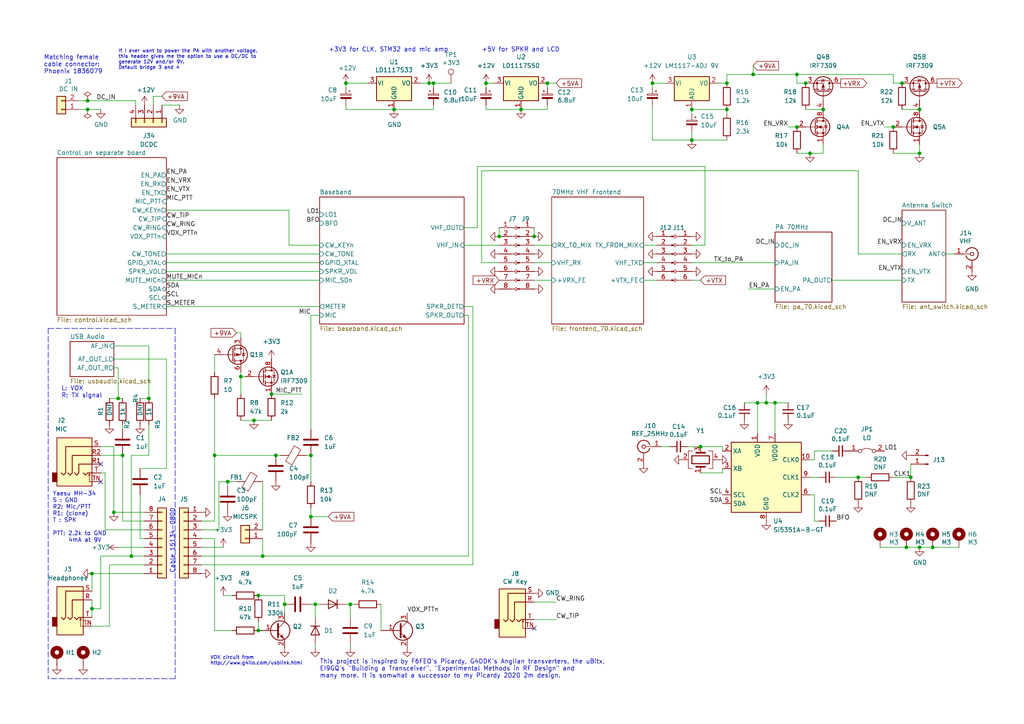
<source format=kicad_sch>
(kicad_sch (version 20211123) (generator eeschema)

  (uuid 7c83c304-769a-4be4-890e-297aba22b5b9)

  (paper "A4")

  (title_block
    (title "DART-70 TRX")
    (date "2023-03-09")
    (rev "0")
    (company "HB9EGM")
    (comment 1 "A 4m Band SSB/CW Transceiver")
  )

  

  (junction (at 222.25 116.84) (diameter 0) (color 0 0 0 0)
    (uuid 03889bb0-530a-4f17-942f-47bdd8c2143b)
  )
  (junction (at 74.93 182.88) (diameter 0) (color 0 0 0 0)
    (uuid 05f1488f-b95d-4647-953a-d2ec7eee61e9)
  )
  (junction (at 233.68 24.13) (diameter 0) (color 0 0 0 0)
    (uuid 0d713598-e0d7-4b64-806d-d27b5ae84128)
  )
  (junction (at 101.6 175.26) (diameter 0) (color 0 0 0 0)
    (uuid 0efaee8b-abcf-47a1-94ab-452bdfc4d10d)
  )
  (junction (at 248.92 138.43) (diameter 0) (color 0 0 0 0)
    (uuid 11ea7b85-b26d-4a7d-aaed-956352284452)
  )
  (junction (at 266.7 158.75) (diameter 0) (color 0 0 0 0)
    (uuid 130d74aa-cfde-4c45-8bfe-183aacd4590f)
  )
  (junction (at 266.7 44.45) (diameter 0) (color 0 0 0 0)
    (uuid 1379c036-b3e0-455b-b639-0f5dd015d03b)
  )
  (junction (at 210.82 24.13) (diameter 0) (color 0 0 0 0)
    (uuid 13b9a948-b29a-4475-8f42-f20ed3ed1c6a)
  )
  (junction (at 125.73 24.13) (diameter 0) (color 0 0 0 0)
    (uuid 1c29ab88-8089-4a9f-b0ec-e0493fb70d1a)
  )
  (junction (at 38.1 161.29) (diameter 0) (color 0 0 0 0)
    (uuid 2002fb77-6ce7-45e9-a078-9e559a07f8f6)
  )
  (junction (at 33.02 148.59) (diameter 0) (color 0 0 0 0)
    (uuid 20373015-10c5-40b5-a9be-5b6825114311)
  )
  (junction (at 231.14 36.83) (diameter 0) (color 0 0 0 0)
    (uuid 2c691037-8de1-4537-a0ef-41ed59613839)
  )
  (junction (at 200.66 31.75) (diameter 0) (color 0 0 0 0)
    (uuid 398ec90b-61af-4d36-9539-63397d126e21)
  )
  (junction (at 154.94 68.58) (diameter 0) (color 0 0 0 0)
    (uuid 3f2e667c-7f64-4e6d-b9b3-bdcde11173db)
  )
  (junction (at 62.23 132.08) (diameter 0) (color 0 0 0 0)
    (uuid 3faced87-a683-4722-a968-6c8f858b2a89)
  )
  (junction (at 210.82 31.75) (diameter 0) (color 0 0 0 0)
    (uuid 4242ccf2-3c4d-4a22-8247-2311c54121ff)
  )
  (junction (at 231.14 21.59) (diameter 0) (color 0 0 0 0)
    (uuid 4750ee37-26c3-426a-a03a-0a50ee4de791)
  )
  (junction (at 262.89 158.75) (diameter 0) (color 0 0 0 0)
    (uuid 48d3528f-d200-4dbf-87c6-2835721afb0e)
  )
  (junction (at 144.78 68.58) (diameter 0) (color 0 0 0 0)
    (uuid 49feb31b-fe70-4f82-99f6-3dbf467a2edc)
  )
  (junction (at 100.33 24.13) (diameter 0) (color 0 0 0 0)
    (uuid 547281cc-eb15-43de-9560-1b10e39a19ed)
  )
  (junction (at 91.44 175.26) (diameter 0) (color 0 0 0 0)
    (uuid 54fc4616-1350-49bf-925e-695b28bb395e)
  )
  (junction (at 238.76 31.75) (diameter 0) (color 0 0 0 0)
    (uuid 5591956a-807b-4208-83a4-6327422e118a)
  )
  (junction (at 26.67 176.53) (diameter 0) (color 0 0 0 0)
    (uuid 6b9394bd-5e58-42ea-a9a4-f58e854aea5c)
  )
  (junction (at 224.79 116.84) (diameter 0) (color 0 0 0 0)
    (uuid 7e67c67f-3a1d-491c-a9ea-d2c0b71576e9)
  )
  (junction (at 69.85 109.22) (diameter 0) (color 0 0 0 0)
    (uuid 8f8b4db5-ccfd-4760-89f5-ba5b4218d486)
  )
  (junction (at 259.08 36.83) (diameter 0) (color 0 0 0 0)
    (uuid 906f16af-3f1b-4545-bda0-18ebce89ce96)
  )
  (junction (at 140.97 24.13) (diameter 0) (color 0 0 0 0)
    (uuid 91bb5e66-90e9-4aff-b233-5b8d53e4ad1c)
  )
  (junction (at 124.46 24.13) (diameter 0) (color 0 0 0 0)
    (uuid 94eb2c38-e244-489c-ba32-44729ff54deb)
  )
  (junction (at 26.67 166.37) (diameter 0) (color 0 0 0 0)
    (uuid 9fb2ca3c-8612-4c01-a40b-6e7e5895a1a0)
  )
  (junction (at 189.23 24.13) (diameter 0) (color 0 0 0 0)
    (uuid a01cdcc4-8ed1-4b36-8702-1b68481a60d9)
  )
  (junction (at 200.66 40.64) (diameter 0) (color 0 0 0 0)
    (uuid a13e5fb2-5800-4421-9e39-63277f01a71d)
  )
  (junction (at 264.16 138.43) (diameter 0) (color 0 0 0 0)
    (uuid a9fed849-c0d2-45ff-802c-7da3e4c52c0a)
  )
  (junction (at 78.74 114.3) (diameter 0) (color 0 0 0 0)
    (uuid aad4a030-3461-4b1e-9322-ba1ad3ac5597)
  )
  (junction (at 25.4 29.21) (diameter 0) (color 0 0 0 0)
    (uuid adc5f7d1-bf98-4196-9716-012c4f4b6a0a)
  )
  (junction (at 114.3 31.75) (diameter 0) (color 0 0 0 0)
    (uuid b0c265f7-c716-45d5-8397-630db4d2cf65)
  )
  (junction (at 218.44 21.59) (diameter 0) (color 0 0 0 0)
    (uuid b48c282b-d280-4718-bf3a-caf683cb767c)
  )
  (junction (at 82.55 175.26) (diameter 0) (color 0 0 0 0)
    (uuid c004f84b-d700-424b-b84c-a145b0082928)
  )
  (junction (at 35.56 132.08) (diameter 0) (color 0 0 0 0)
    (uuid c1ab7d65-d6a4-4014-80e6-4813d19456de)
  )
  (junction (at 74.93 172.72) (diameter 0) (color 0 0 0 0)
    (uuid c53356f3-b76d-4e9b-819d-f464046dcdf2)
  )
  (junction (at 34.29 115.57) (diameter 0) (color 0 0 0 0)
    (uuid cfd0ce93-955b-4a4c-b9df-adb69c4364b8)
  )
  (junction (at 234.95 44.45) (diameter 0) (color 0 0 0 0)
    (uuid d26d0a63-c69d-4774-9fba-12ed686b99f6)
  )
  (junction (at 73.66 121.92) (diameter 0) (color 0 0 0 0)
    (uuid d44ecef8-311a-4d38-9013-95c8299ff6b2)
  )
  (junction (at 270.51 158.75) (diameter 0) (color 0 0 0 0)
    (uuid d4b4dbc7-e763-47b2-a6cb-b5c021db8bcc)
  )
  (junction (at 66.04 139.7) (diameter 0) (color 0 0 0 0)
    (uuid d4c3f5bf-47cb-4030-92b0-bec21d62f389)
  )
  (junction (at 25.4 31.75) (diameter 0) (color 0 0 0 0)
    (uuid d4fc8b6d-311c-464d-9e39-e6d9dd34ed03)
  )
  (junction (at 261.62 24.13) (diameter 0) (color 0 0 0 0)
    (uuid d531b677-92b2-4589-8265-ffb9f0a9f471)
  )
  (junction (at 80.01 132.08) (diameter 0) (color 0 0 0 0)
    (uuid d7ecc3d2-2b6e-4e36-92b9-1b58fb257359)
  )
  (junction (at 90.17 132.08) (diameter 0) (color 0 0 0 0)
    (uuid d9abc64c-b691-4ece-b128-4f1d7b31754f)
  )
  (junction (at 43.18 115.57) (diameter 0) (color 0 0 0 0)
    (uuid e9342213-9707-4d1c-a69f-a3da6fb99c7a)
  )
  (junction (at 158.75 24.13) (diameter 0) (color 0 0 0 0)
    (uuid eb69835d-9be6-45e6-b58c-d2902ddb8fb1)
  )
  (junction (at 266.7 31.75) (diameter 0) (color 0 0 0 0)
    (uuid eeabe6f1-2db7-4eed-bd0c-6e41b390284d)
  )
  (junction (at 90.17 149.86) (diameter 0) (color 0 0 0 0)
    (uuid ef105c45-a454-45c2-badb-d87d915177ef)
  )
  (junction (at 76.2 161.29) (diameter 0) (color 0 0 0 0)
    (uuid f4c650b7-943a-4c93-b622-c1362c969577)
  )
  (junction (at 219.71 116.84) (diameter 0) (color 0 0 0 0)
    (uuid f747ec33-420b-45bc-9778-b4604b083211)
  )
  (junction (at 151.13 31.75) (diameter 0) (color 0 0 0 0)
    (uuid f74be2ca-c140-4c85-937a-a008e4f4ddb7)
  )
  (junction (at 203.2 129.54) (diameter 0) (color 0 0 0 0)
    (uuid f8c9e2c3-818f-482b-ad48-f9fb56a455b0)
  )

  (no_connect (at 29.21 139.7) (uuid 891b06d0-7775-40c2-8d16-5452402b91d5))
  (no_connect (at 154.94 182.245) (uuid 9e56fb84-5b0b-47eb-9ee7-e24e7c08829b))
  (no_connect (at 29.21 134.62) (uuid b2135387-8c57-44ac-8ab3-29b54b43f871))

  (wire (pts (xy 25.4 31.75) (xy 29.21 31.75))
    (stroke (width 0) (type default) (color 0 0 0 0))
    (uuid 002154dd-fd21-426e-8f51-d82382197384)
  )
  (wire (pts (xy 144.78 66.04) (xy 144.78 68.58))
    (stroke (width 0) (type default) (color 0 0 0 0))
    (uuid 002bee17-761d-4946-b10f-f0b42371b19d)
  )
  (wire (pts (xy 90.17 132.08) (xy 90.17 139.7))
    (stroke (width 0) (type default) (color 0 0 0 0))
    (uuid 008a59ee-36fb-4f36-a8b0-5cc99b1e8598)
  )
  (wire (pts (xy 248.92 73.66) (xy 261.62 73.66))
    (stroke (width 0) (type default) (color 0 0 0 0))
    (uuid 0116339a-5f0d-4745-a575-44652fb7d9b0)
  )
  (wire (pts (xy 110.49 175.26) (xy 110.49 182.88))
    (stroke (width 0) (type default) (color 0 0 0 0))
    (uuid 025ac572-24f4-4397-b69b-bade669b4c40)
  )
  (wire (pts (xy 83.82 71.12) (xy 83.82 60.96))
    (stroke (width 0) (type default) (color 0 0 0 0))
    (uuid 04508b78-b957-4886-b3fa-3d951fb6452d)
  )
  (wire (pts (xy 236.22 133.35) (xy 234.95 133.35))
    (stroke (width 0) (type default) (color 0 0 0 0))
    (uuid 05f6334e-7131-4999-b788-1681af60d6df)
  )
  (wire (pts (xy 218.44 21.59) (xy 210.82 21.59))
    (stroke (width 0) (type default) (color 0 0 0 0))
    (uuid 09d1af20-c357-48ec-a10f-915c880f15b6)
  )
  (wire (pts (xy 158.75 24.13) (xy 158.75 25.4))
    (stroke (width 0) (type default) (color 0 0 0 0))
    (uuid 09fbb099-19ff-4c9e-b717-ff9eedac992b)
  )
  (wire (pts (xy 140.97 30.48) (xy 140.97 31.75))
    (stroke (width 0) (type default) (color 0 0 0 0))
    (uuid 0a3a19af-7bfa-4df3-9b73-b98420c4a518)
  )
  (wire (pts (xy 262.89 158.75) (xy 266.7 158.75))
    (stroke (width 0) (type default) (color 0 0 0 0))
    (uuid 0aad0e8d-0747-412b-85ac-039bbac4ff5e)
  )
  (wire (pts (xy 266.7 41.91) (xy 266.7 44.45))
    (stroke (width 0) (type default) (color 0 0 0 0))
    (uuid 0b3a2a48-0270-494e-962a-3658a00a0875)
  )
  (wire (pts (xy 222.25 116.84) (xy 224.79 116.84))
    (stroke (width 0) (type default) (color 0 0 0 0))
    (uuid 0dd7a947-881a-4477-b1f8-b88536ca8809)
  )
  (wire (pts (xy 34.29 106.68) (xy 34.29 115.57))
    (stroke (width 0) (type default) (color 0 0 0 0))
    (uuid 11438643-bdb5-4bc3-97cb-5cea25341657)
  )
  (wire (pts (xy 100.33 24.13) (xy 100.33 25.4))
    (stroke (width 0) (type default) (color 0 0 0 0))
    (uuid 11b5652b-07d3-428f-98d5-c354cf3693b1)
  )
  (wire (pts (xy 140.97 31.75) (xy 151.13 31.75))
    (stroke (width 0) (type default) (color 0 0 0 0))
    (uuid 160e3a4c-588b-4e79-ac75-f98bf80b7e0b)
  )
  (wire (pts (xy 22.86 31.75) (xy 25.4 31.75))
    (stroke (width 0) (type default) (color 0 0 0 0))
    (uuid 174d3312-33d6-4bed-98f6-7ee988ce0253)
  )
  (wire (pts (xy 210.82 31.75) (xy 210.82 33.02))
    (stroke (width 0) (type default) (color 0 0 0 0))
    (uuid 17fc291b-23f9-4de7-9168-978b13dcd03c)
  )
  (wire (pts (xy 63.5 153.67) (xy 63.5 139.7))
    (stroke (width 0) (type default) (color 0 0 0 0))
    (uuid 1869a25a-7405-4101-9da6-55f7c1e87e39)
  )
  (wire (pts (xy 26.67 166.37) (xy 41.91 166.37))
    (stroke (width 0) (type default) (color 0 0 0 0))
    (uuid 1bcf4a11-4c4f-42b8-9e84-ad79d97ffe8f)
  )
  (wire (pts (xy 69.85 96.52) (xy 68.58 96.52))
    (stroke (width 0) (type default) (color 0 0 0 0))
    (uuid 1c42fb18-8951-420c-93b3-b390805a99ab)
  )
  (wire (pts (xy 76.2 156.21) (xy 76.2 161.29))
    (stroke (width 0) (type default) (color 0 0 0 0))
    (uuid 1c9f0aaa-a7f3-4c99-ac2e-10f6713b49b4)
  )
  (wire (pts (xy 74.93 172.72) (xy 82.55 172.72))
    (stroke (width 0) (type default) (color 0 0 0 0))
    (uuid 1d4132f7-1f35-449b-a4a4-451bd4dc48ab)
  )
  (wire (pts (xy 41.91 148.59) (xy 33.02 148.59))
    (stroke (width 0) (type default) (color 0 0 0 0))
    (uuid 216cd782-5819-4b5e-931f-7587d15e2161)
  )
  (wire (pts (xy 82.55 177.8) (xy 82.55 175.26))
    (stroke (width 0) (type default) (color 0 0 0 0))
    (uuid 219438ca-bd57-4fea-aeb4-810d77461a18)
  )
  (wire (pts (xy 193.04 24.13) (xy 189.23 24.13))
    (stroke (width 0) (type default) (color 0 0 0 0))
    (uuid 2199bdfc-0462-4363-af5e-16d8e19d600a)
  )
  (polyline (pts (xy 13.97 95.25) (xy 50.8 95.25))
    (stroke (width 0) (type default) (color 0 0 0 0))
    (uuid 246d8c70-0329-4f4d-9351-49df120458af)
  )

  (wire (pts (xy 73.66 121.92) (xy 78.74 121.92))
    (stroke (width 0) (type default) (color 0 0 0 0))
    (uuid 25eb4e9a-a9bc-41d9-ba86-5c87b9db25c8)
  )
  (wire (pts (xy 100.33 24.13) (xy 106.68 24.13))
    (stroke (width 0) (type default) (color 0 0 0 0))
    (uuid 28eca374-9b5c-4480-a1a6-52ddcbb57db2)
  )
  (wire (pts (xy 40.64 115.57) (xy 43.18 115.57))
    (stroke (width 0) (type default) (color 0 0 0 0))
    (uuid 2a3464a0-2ccd-434c-8817-4d7a2f14c67a)
  )
  (wire (pts (xy 234.95 138.43) (xy 237.49 138.43))
    (stroke (width 0) (type default) (color 0 0 0 0))
    (uuid 2a86319a-5a94-4745-ad80-6b5c02f72e82)
  )
  (wire (pts (xy 43.18 100.33) (xy 33.02 100.33))
    (stroke (width 0) (type default) (color 0 0 0 0))
    (uuid 2da3100d-2e28-4a7b-925a-cb4dad81d852)
  )
  (wire (pts (xy 158.75 24.13) (xy 161.29 24.13))
    (stroke (width 0) (type default) (color 0 0 0 0))
    (uuid 2ea38bc3-7d3b-428e-a271-404ee98e752b)
  )
  (wire (pts (xy 135.89 91.44) (xy 135.89 161.29))
    (stroke (width 0) (type default) (color 0 0 0 0))
    (uuid 2f9b686c-0a8f-432b-9e90-c788e62691c6)
  )
  (wire (pts (xy 200.66 40.64) (xy 210.82 40.64))
    (stroke (width 0) (type default) (color 0 0 0 0))
    (uuid 33f01d9a-6abc-40a9-9b6b-d34bddbf731f)
  )
  (wire (pts (xy 256.54 36.83) (xy 259.08 36.83))
    (stroke (width 0) (type default) (color 0 0 0 0))
    (uuid 345987da-5aa5-4c5e-90e1-ddf0086ed5fb)
  )
  (wire (pts (xy 58.42 161.29) (xy 76.2 161.29))
    (stroke (width 0) (type default) (color 0 0 0 0))
    (uuid 361f9eaf-2e29-4825-b35a-439064c6d2db)
  )
  (wire (pts (xy 91.44 175.26) (xy 92.71 175.26))
    (stroke (width 0) (type default) (color 0 0 0 0))
    (uuid 36854e14-46fb-4279-bf79-0322ad1da42a)
  )
  (wire (pts (xy 62.23 102.87) (xy 62.23 107.95))
    (stroke (width 0) (type default) (color 0 0 0 0))
    (uuid 3729b657-384d-440e-9b38-b75590f72741)
  )
  (wire (pts (xy 139.7 76.2) (xy 144.78 76.2))
    (stroke (width 0) (type default) (color 0 0 0 0))
    (uuid 3a4811bf-b539-4978-b0d8-fe47f179161b)
  )
  (wire (pts (xy 67.31 172.72) (xy 64.77 172.72))
    (stroke (width 0) (type default) (color 0 0 0 0))
    (uuid 3cddbb36-7343-44a2-9871-f6b2e73f7d17)
  )
  (wire (pts (xy 134.62 66.04) (xy 138.43 66.04))
    (stroke (width 0) (type default) (color 0 0 0 0))
    (uuid 3ee41aac-558c-43a3-a816-e31001ae8352)
  )
  (wire (pts (xy 48.26 76.2) (xy 92.71 76.2))
    (stroke (width 0) (type default) (color 0 0 0 0))
    (uuid 3eeccf02-360d-4377-89f3-2458946d5853)
  )
  (wire (pts (xy 62.23 156.21) (xy 62.23 182.88))
    (stroke (width 0) (type default) (color 0 0 0 0))
    (uuid 401f2d1f-acc6-4e14-9963-49ecb3bd4627)
  )
  (wire (pts (xy 158.75 31.75) (xy 151.13 31.75))
    (stroke (width 0) (type default) (color 0 0 0 0))
    (uuid 443127ca-ab31-4ac0-90cc-723625487807)
  )
  (wire (pts (xy 208.28 24.13) (xy 210.82 24.13))
    (stroke (width 0) (type default) (color 0 0 0 0))
    (uuid 4435e8ff-b63e-4b32-81db-49caa0dd6c5f)
  )
  (wire (pts (xy 39.37 29.21) (xy 39.37 30.48))
    (stroke (width 0) (type default) (color 0 0 0 0))
    (uuid 44c45697-09d8-4a17-b585-e296e1d04ddd)
  )
  (wire (pts (xy 69.85 107.95) (xy 69.85 109.22))
    (stroke (width 0) (type default) (color 0 0 0 0))
    (uuid 469d1dea-56e9-4051-acba-b2ec5e9a2c33)
  )
  (wire (pts (xy 58.42 158.75) (xy 64.77 158.75))
    (stroke (width 0) (type default) (color 0 0 0 0))
    (uuid 48a3ede4-2797-4e66-9278-9cd056144dbb)
  )
  (wire (pts (xy 62.23 115.57) (xy 62.23 132.08))
    (stroke (width 0) (type default) (color 0 0 0 0))
    (uuid 496b1a5f-d49c-4515-8e6b-7fb584585bdd)
  )
  (polyline (pts (xy 50.8 95.25) (xy 50.8 196.85))
    (stroke (width 0) (type default) (color 0 0 0 0))
    (uuid 4b105a5f-5ed5-49ae-8bb9-f1d8c5566b50)
  )

  (wire (pts (xy 210.82 21.59) (xy 210.82 24.13))
    (stroke (width 0) (type default) (color 0 0 0 0))
    (uuid 4c57c394-f97c-4a0b-80d4-0b5157781c3b)
  )
  (wire (pts (xy 76.2 161.29) (xy 135.89 161.29))
    (stroke (width 0) (type default) (color 0 0 0 0))
    (uuid 4d2c10b1-9329-409f-bc4d-94aebd58963e)
  )
  (wire (pts (xy 261.62 31.75) (xy 266.7 31.75))
    (stroke (width 0) (type default) (color 0 0 0 0))
    (uuid 4d5acc98-17ff-4e60-af52-349a1269dddf)
  )
  (wire (pts (xy 139.7 49.53) (xy 139.7 76.2))
    (stroke (width 0) (type default) (color 0 0 0 0))
    (uuid 4ecfe5c5-d7fc-4d05-be28-1ed42c507ec3)
  )
  (wire (pts (xy 219.71 116.84) (xy 222.25 116.84))
    (stroke (width 0) (type default) (color 0 0 0 0))
    (uuid 5130484e-13a2-434f-935d-3be30d7a93c9)
  )
  (wire (pts (xy 52.07 30.48) (xy 46.99 30.48))
    (stroke (width 0) (type default) (color 0 0 0 0))
    (uuid 52a4c7cc-f68a-4440-9f6c-bb0a81b342d0)
  )
  (wire (pts (xy 154.94 81.28) (xy 160.02 81.28))
    (stroke (width 0) (type default) (color 0 0 0 0))
    (uuid 52d9d6dd-4266-418b-bf9a-446977053e6f)
  )
  (wire (pts (xy 29.21 161.29) (xy 29.21 176.53))
    (stroke (width 0) (type default) (color 0 0 0 0))
    (uuid 53bb37bd-6ad6-430f-b5e5-21e40448d528)
  )
  (wire (pts (xy 29.21 176.53) (xy 26.67 176.53))
    (stroke (width 0) (type default) (color 0 0 0 0))
    (uuid 568b5dd5-7629-4c3d-9388-eaa54c2762b1)
  )
  (wire (pts (xy 255.27 158.75) (xy 262.89 158.75))
    (stroke (width 0) (type default) (color 0 0 0 0))
    (uuid 579d81c4-8fa6-40d5-b99a-d160787b45b9)
  )
  (wire (pts (xy 58.42 163.83) (xy 137.16 163.83))
    (stroke (width 0) (type default) (color 0 0 0 0))
    (uuid 57be2951-306e-483f-b29a-c5289beae3a0)
  )
  (wire (pts (xy 58.42 153.67) (xy 63.5 153.67))
    (stroke (width 0) (type default) (color 0 0 0 0))
    (uuid 58e4fb93-6235-473b-af92-bf79be065bda)
  )
  (wire (pts (xy 204.47 48.26) (xy 204.47 71.12))
    (stroke (width 0) (type default) (color 0 0 0 0))
    (uuid 5a05460d-15bc-4058-86e6-a6bff5598db7)
  )
  (wire (pts (xy 218.44 19.05) (xy 218.44 21.59))
    (stroke (width 0) (type default) (color 0 0 0 0))
    (uuid 5afca071-0542-406b-83f5-f8ed30e05c4c)
  )
  (wire (pts (xy 138.43 48.26) (xy 204.47 48.26))
    (stroke (width 0) (type default) (color 0 0 0 0))
    (uuid 5c0ae8f2-fb0b-4cbf-bd78-f6131c18140d)
  )
  (wire (pts (xy 134.62 91.44) (xy 135.89 91.44))
    (stroke (width 0) (type default) (color 0 0 0 0))
    (uuid 5c0d735a-ca1c-4202-8faf-02e515d1181f)
  )
  (wire (pts (xy 259.08 21.59) (xy 231.14 21.59))
    (stroke (width 0) (type default) (color 0 0 0 0))
    (uuid 5ea05504-bb96-4847-90cf-26cb1afd4244)
  )
  (wire (pts (xy 91.44 175.26) (xy 91.44 179.07))
    (stroke (width 0) (type default) (color 0 0 0 0))
    (uuid 5ed02c6b-f3b8-4641-86b2-3c4cac92a5b4)
  )
  (wire (pts (xy 101.6 186.69) (xy 101.6 187.96))
    (stroke (width 0) (type default) (color 0 0 0 0))
    (uuid 5ed5b405-912e-49a2-adbb-ff35d95f4100)
  )
  (wire (pts (xy 76.2 139.7) (xy 76.2 153.67))
    (stroke (width 0) (type default) (color 0 0 0 0))
    (uuid 601c5479-68c8-4d7c-bbde-860bd11a7597)
  )
  (wire (pts (xy 38.1 161.29) (xy 29.21 161.29))
    (stroke (width 0) (type default) (color 0 0 0 0))
    (uuid 6062b414-90cb-4cef-839a-25d90087f1b4)
  )
  (wire (pts (xy 38.1 132.08) (xy 43.18 132.08))
    (stroke (width 0) (type default) (color 0 0 0 0))
    (uuid 60d27bb0-faad-48a9-89c1-b059b592a640)
  )
  (wire (pts (xy 35.56 151.13) (xy 41.91 151.13))
    (stroke (width 0) (type default) (color 0 0 0 0))
    (uuid 6123b0cd-d677-4963-a353-8d6b35692422)
  )
  (polyline (pts (xy 50.8 196.85) (xy 13.97 196.85))
    (stroke (width 0) (type default) (color 0 0 0 0))
    (uuid 6188cf07-9c8d-498a-9db9-9718888dfe39)
  )

  (wire (pts (xy 124.46 24.13) (xy 125.73 24.13))
    (stroke (width 0) (type default) (color 0 0 0 0))
    (uuid 63da3512-bd51-489d-833d-20bce6d76019)
  )
  (wire (pts (xy 241.3 130.81) (xy 236.22 130.81))
    (stroke (width 0) (type default) (color 0 0 0 0))
    (uuid 64e90390-0f4c-4cc1-bafa-363ce23516e9)
  )
  (wire (pts (xy 236.22 151.13) (xy 236.22 143.51))
    (stroke (width 0) (type default) (color 0 0 0 0))
    (uuid 65dd0601-a23d-4c5d-b924-966fc498cbfc)
  )
  (wire (pts (xy 238.76 44.45) (xy 234.95 44.45))
    (stroke (width 0) (type default) (color 0 0 0 0))
    (uuid 67fd7240-7a2e-4504-8c70-47b3112c634e)
  )
  (wire (pts (xy 26.67 166.37) (xy 26.67 171.45))
    (stroke (width 0) (type default) (color 0 0 0 0))
    (uuid 696f862b-a951-463f-ad29-011c067090d6)
  )
  (wire (pts (xy 48.26 104.14) (xy 33.02 104.14))
    (stroke (width 0) (type default) (color 0 0 0 0))
    (uuid 699ac08c-f9a3-4116-bed2-dc98ffb5b3a1)
  )
  (wire (pts (xy 236.22 143.51) (xy 234.95 143.51))
    (stroke (width 0) (type default) (color 0 0 0 0))
    (uuid 699bee8c-8bc3-4aa6-b4ed-0aa4d255078a)
  )
  (wire (pts (xy 38.1 161.29) (xy 38.1 132.08))
    (stroke (width 0) (type default) (color 0 0 0 0))
    (uuid 6ac2f4eb-9300-4682-9dca-8ec36d45a0ab)
  )
  (wire (pts (xy 224.79 116.84) (xy 224.79 125.73))
    (stroke (width 0) (type default) (color 0 0 0 0))
    (uuid 6b09c60c-c53b-47dd-b8b8-94f682cd2086)
  )
  (wire (pts (xy 58.42 151.13) (xy 62.23 151.13))
    (stroke (width 0) (type default) (color 0 0 0 0))
    (uuid 6cc72bfd-2651-4e90-af42-5d6cec3950c1)
  )
  (wire (pts (xy 154.94 66.04) (xy 154.94 68.58))
    (stroke (width 0) (type default) (color 0 0 0 0))
    (uuid 6d63f93a-5c70-4c67-8eef-6977db41fdd0)
  )
  (wire (pts (xy 26.67 173.99) (xy 26.67 176.53))
    (stroke (width 0) (type default) (color 0 0 0 0))
    (uuid 7019dafb-64b4-4e22-837e-9f37341a0157)
  )
  (wire (pts (xy 48.26 78.74) (xy 92.71 78.74))
    (stroke (width 0) (type default) (color 0 0 0 0))
    (uuid 73062404-be1b-4744-bd1e-9e3d624b8fb3)
  )
  (wire (pts (xy 66.04 139.7) (xy 68.58 139.7))
    (stroke (width 0) (type default) (color 0 0 0 0))
    (uuid 735e33ba-0601-4acb-983d-1656020ec14e)
  )
  (wire (pts (xy 259.08 24.13) (xy 261.62 24.13))
    (stroke (width 0) (type default) (color 0 0 0 0))
    (uuid 73697aae-1f79-401a-bdaa-9ebc2f2340de)
  )
  (wire (pts (xy 140.97 24.13) (xy 140.97 25.4))
    (stroke (width 0) (type default) (color 0 0 0 0))
    (uuid 7471700d-9a5d-406e-b9fc-bdeed49379fa)
  )
  (wire (pts (xy 25.4 29.21) (xy 39.37 29.21))
    (stroke (width 0) (type default) (color 0 0 0 0))
    (uuid 74760d5b-303c-4603-ac2e-6b5209546581)
  )
  (polyline (pts (xy 13.97 95.25) (xy 13.97 196.85))
    (stroke (width 0) (type default) (color 0 0 0 0))
    (uuid 74e37401-14d3-4e3c-84ed-7ddb4d75b44f)
  )

  (wire (pts (xy 29.21 129.54) (xy 33.02 129.54))
    (stroke (width 0) (type default) (color 0 0 0 0))
    (uuid 754f923b-5aa7-4d87-b589-d53346af6023)
  )
  (wire (pts (xy 62.23 182.88) (xy 67.31 182.88))
    (stroke (width 0) (type default) (color 0 0 0 0))
    (uuid 77cc857c-e045-46ac-921a-7b86818ca625)
  )
  (wire (pts (xy 35.56 115.57) (xy 34.29 115.57))
    (stroke (width 0) (type default) (color 0 0 0 0))
    (uuid 77f72719-5749-425e-bce5-65a592ff824f)
  )
  (wire (pts (xy 154.94 76.2) (xy 160.02 76.2))
    (stroke (width 0) (type default) (color 0 0 0 0))
    (uuid 7887f659-7796-4d20-b8ec-45fe37db4d3b)
  )
  (wire (pts (xy 22.86 29.21) (xy 25.4 29.21))
    (stroke (width 0) (type default) (color 0 0 0 0))
    (uuid 79aced1b-30d4-4883-86bf-8a38d664736a)
  )
  (wire (pts (xy 134.62 71.12) (xy 144.78 71.12))
    (stroke (width 0) (type default) (color 0 0 0 0))
    (uuid 7b959fed-4370-4448-9d17-fbc4f5703c60)
  )
  (wire (pts (xy 31.75 115.57) (xy 34.29 115.57))
    (stroke (width 0) (type default) (color 0 0 0 0))
    (uuid 7c8f4fb6-d76c-4fd6-89a0-af30aa8d7cb9)
  )
  (wire (pts (xy 242.57 138.43) (xy 248.92 138.43))
    (stroke (width 0) (type default) (color 0 0 0 0))
    (uuid 7d4200e5-e280-4699-af56-048ba84247d3)
  )
  (wire (pts (xy 81.28 132.08) (xy 80.01 132.08))
    (stroke (width 0) (type default) (color 0 0 0 0))
    (uuid 7fcd6903-4017-464e-a708-1e51b67dd39f)
  )
  (wire (pts (xy 90.17 149.86) (xy 95.25 149.86))
    (stroke (width 0) (type default) (color 0 0 0 0))
    (uuid 816e41e9-8ef8-4e70-a70f-02175bdc97c4)
  )
  (wire (pts (xy 234.95 44.45) (xy 231.14 44.45))
    (stroke (width 0) (type default) (color 0 0 0 0))
    (uuid 86c60f4b-4421-4865-beff-ed93adca8ac2)
  )
  (wire (pts (xy 186.69 76.2) (xy 190.5 76.2))
    (stroke (width 0) (type default) (color 0 0 0 0))
    (uuid 89f5cd17-8501-4243-bc98-0e8a1aab3a95)
  )
  (wire (pts (xy 69.85 109.22) (xy 69.85 114.3))
    (stroke (width 0) (type default) (color 0 0 0 0))
    (uuid 8a096409-910f-4b78-890d-9e8768ba72ab)
  )
  (wire (pts (xy 44.45 27.94) (xy 44.45 30.48))
    (stroke (width 0) (type default) (color 0 0 0 0))
    (uuid 8b0c727f-7724-442d-bf29-3f7bed24720e)
  )
  (wire (pts (xy 237.49 151.13) (xy 236.22 151.13))
    (stroke (width 0) (type default) (color 0 0 0 0))
    (uuid 8e0abe23-8e7e-48a9-af11-f26197bd8fbf)
  )
  (wire (pts (xy 74.93 180.34) (xy 74.93 182.88))
    (stroke (width 0) (type default) (color 0 0 0 0))
    (uuid 8f1ab95b-1867-4005-8242-092f60cbfea5)
  )
  (wire (pts (xy 189.23 30.48) (xy 189.23 40.64))
    (stroke (width 0) (type default) (color 0 0 0 0))
    (uuid 8f5c2a3a-b2da-434e-8810-9da52a5e413a)
  )
  (wire (pts (xy 29.21 132.08) (xy 35.56 132.08))
    (stroke (width 0) (type default) (color 0 0 0 0))
    (uuid 8fe92221-afec-47ce-a89d-2a3cf937d9a2)
  )
  (wire (pts (xy 35.56 123.19) (xy 35.56 124.46))
    (stroke (width 0) (type default) (color 0 0 0 0))
    (uuid 900073c8-27f0-4864-bec9-14e524ac2d69)
  )
  (wire (pts (xy 134.62 88.9) (xy 137.16 88.9))
    (stroke (width 0) (type default) (color 0 0 0 0))
    (uuid 906c4fbb-4fdd-48c5-aa07-85c56299e46a)
  )
  (wire (pts (xy 90.17 147.32) (xy 90.17 149.86))
    (stroke (width 0) (type default) (color 0 0 0 0))
    (uuid 91c438b1-678d-4a85-be0e-771bfbc58931)
  )
  (wire (pts (xy 233.68 31.75) (xy 238.76 31.75))
    (stroke (width 0) (type default) (color 0 0 0 0))
    (uuid 92dfb53a-5556-47b1-8088-214aebbc803d)
  )
  (wire (pts (xy 92.71 91.44) (xy 90.17 91.44))
    (stroke (width 0) (type default) (color 0 0 0 0))
    (uuid 935427ba-97bd-4319-b38c-51b473619c8a)
  )
  (wire (pts (xy 158.75 30.48) (xy 158.75 31.75))
    (stroke (width 0) (type default) (color 0 0 0 0))
    (uuid 96e30a9c-78b6-4d1a-bc72-6cbdc7743876)
  )
  (wire (pts (xy 90.17 91.44) (xy 90.17 124.46))
    (stroke (width 0) (type default) (color 0 0 0 0))
    (uuid 9792cf44-3261-4d9f-8ae0-31fdeec0dc70)
  )
  (wire (pts (xy 48.26 104.14) (xy 48.26 135.89))
    (stroke (width 0) (type default) (color 0 0 0 0))
    (uuid 97d2bbd2-62fb-416d-98c5-fe5f0ab9820d)
  )
  (wire (pts (xy 35.56 151.13) (xy 35.56 132.08))
    (stroke (width 0) (type default) (color 0 0 0 0))
    (uuid 98ea83ac-41c6-4b7d-be63-41372bbd6e24)
  )
  (wire (pts (xy 100.33 30.48) (xy 100.33 31.75))
    (stroke (width 0) (type default) (color 0 0 0 0))
    (uuid 99f8394d-1325-4f0e-9ed0-19dceab6e1f9)
  )
  (wire (pts (xy 62.23 132.08) (xy 80.01 132.08))
    (stroke (width 0) (type default) (color 0 0 0 0))
    (uuid 9c3d736f-f850-40b5-83bf-bf71ce2d8e7c)
  )
  (wire (pts (xy 186.69 71.12) (xy 190.5 71.12))
    (stroke (width 0) (type default) (color 0 0 0 0))
    (uuid 9d00ede8-7480-44d8-b21e-d16dd17b75ac)
  )
  (wire (pts (xy 228.6 116.84) (xy 224.79 116.84))
    (stroke (width 0) (type default) (color 0 0 0 0))
    (uuid 9d3a7a2b-8bae-4d82-8634-16a99f57e389)
  )
  (wire (pts (xy 33.02 129.54) (xy 33.02 148.59))
    (stroke (width 0) (type default) (color 0 0 0 0))
    (uuid 9d5b6cd8-17f0-45de-b87b-5c8a0bd4db14)
  )
  (wire (pts (xy 228.6 36.83) (xy 231.14 36.83))
    (stroke (width 0) (type default) (color 0 0 0 0))
    (uuid a057c374-c462-4764-bd16-2c00eef92afa)
  )
  (wire (pts (xy 48.26 81.28) (xy 92.71 81.28))
    (stroke (width 0) (type default) (color 0 0 0 0))
    (uuid a1864b64-1865-4240-b098-5056fb759def)
  )
  (wire (pts (xy 154.94 174.625) (xy 161.29 174.625))
    (stroke (width 0) (type default) (color 0 0 0 0))
    (uuid a1abde39-78d5-402d-bb1c-75243c61d29b)
  )
  (wire (pts (xy 222.25 114.3) (xy 222.25 116.84))
    (stroke (width 0) (type default) (color 0 0 0 0))
    (uuid a39008b0-0dd6-44dc-b176-ab03b6874ae7)
  )
  (wire (pts (xy 274.32 73.66) (xy 276.86 73.66))
    (stroke (width 0) (type default) (color 0 0 0 0))
    (uuid a43beeeb-0d60-44c9-bc6b-40c9e75459e8)
  )
  (wire (pts (xy 44.45 27.94) (xy 46.99 27.94))
    (stroke (width 0) (type default) (color 0 0 0 0))
    (uuid a4b2f218-d493-4485-aa00-0dc37f00d501)
  )
  (wire (pts (xy 34.29 106.68) (xy 33.02 106.68))
    (stroke (width 0) (type default) (color 0 0 0 0))
    (uuid a4b3b03c-531f-4aa0-9daa-5345dfa6fc41)
  )
  (wire (pts (xy 88.9 132.08) (xy 90.17 132.08))
    (stroke (width 0) (type default) (color 0 0 0 0))
    (uuid a5f4f26e-4b82-496f-b7bb-4ed4211f8100)
  )
  (wire (pts (xy 100.33 31.75) (xy 114.3 31.75))
    (stroke (width 0) (type default) (color 0 0 0 0))
    (uuid a69bb6f5-978b-49bb-9446-4ec9cfe4501e)
  )
  (wire (pts (xy 82.55 175.26) (xy 82.55 172.72))
    (stroke (width 0) (type default) (color 0 0 0 0))
    (uuid a6baa060-c82d-461a-96f5-4f21d73265a4)
  )
  (wire (pts (xy 259.08 21.59) (xy 259.08 24.13))
    (stroke (width 0) (type default) (color 0 0 0 0))
    (uuid a7349b87-3477-4ba5-bc62-3587f94ab817)
  )
  (wire (pts (xy 66.04 140.97) (xy 66.04 139.7))
    (stroke (width 0) (type default) (color 0 0 0 0))
    (uuid a8d341ec-3332-4d82-8a1f-e52e32f564f1)
  )
  (wire (pts (xy 63.5 139.7) (xy 66.04 139.7))
    (stroke (width 0) (type default) (color 0 0 0 0))
    (uuid a9276ad3-2500-44c6-895a-e842a0033021)
  )
  (wire (pts (xy 40.64 143.51) (xy 40.64 156.21))
    (stroke (width 0) (type default) (color 0 0 0 0))
    (uuid a97e4f3d-f371-47f1-8ee9-cbe61c23c759)
  )
  (wire (pts (xy 30.48 153.67) (xy 30.48 137.16))
    (stroke (width 0) (type default) (color 0 0 0 0))
    (uuid a99a526a-0727-4d5d-b793-47c299fd72ba)
  )
  (wire (pts (xy 69.85 97.79) (xy 69.85 96.52))
    (stroke (width 0) (type default) (color 0 0 0 0))
    (uuid ab033de2-6886-4e4c-b9c3-21d6481b406d)
  )
  (wire (pts (xy 138.43 66.04) (xy 138.43 48.26))
    (stroke (width 0) (type default) (color 0 0 0 0))
    (uuid ad195d4d-ed76-4a26-ac30-01da417bd64b)
  )
  (wire (pts (xy 69.85 109.22) (xy 71.12 109.22))
    (stroke (width 0) (type default) (color 0 0 0 0))
    (uuid ad4538db-3731-4206-9c84-06101425be48)
  )
  (wire (pts (xy 231.14 21.59) (xy 218.44 21.59))
    (stroke (width 0) (type default) (color 0 0 0 0))
    (uuid ad76707e-1f2e-4941-86a0-50951acd24bc)
  )
  (wire (pts (xy 91.44 186.69) (xy 91.44 187.96))
    (stroke (width 0) (type default) (color 0 0 0 0))
    (uuid add05f6f-edf6-4631-b6b3-35897f9e8c7b)
  )
  (wire (pts (xy 189.23 40.64) (xy 200.66 40.64))
    (stroke (width 0) (type default) (color 0 0 0 0))
    (uuid aed0a299-8aa6-4a50-b993-c38efe5fdd7a)
  )
  (wire (pts (xy 217.17 83.82) (xy 224.79 83.82))
    (stroke (width 0) (type default) (color 0 0 0 0))
    (uuid b056317e-32ca-4f2d-b310-fc1492cc5060)
  )
  (wire (pts (xy 43.18 100.33) (xy 43.18 115.57))
    (stroke (width 0) (type default) (color 0 0 0 0))
    (uuid b0cf214e-d0ed-484b-ba79-187612ebeeb9)
  )
  (wire (pts (xy 90.17 175.26) (xy 91.44 175.26))
    (stroke (width 0) (type default) (color 0 0 0 0))
    (uuid b1a62f88-404d-483f-bb63-16c8188b4f3a)
  )
  (wire (pts (xy 189.23 24.13) (xy 189.23 25.4))
    (stroke (width 0) (type default) (color 0 0 0 0))
    (uuid b1ea2466-2371-4b96-9289-6c42e0f0b899)
  )
  (wire (pts (xy 62.23 151.13) (xy 62.23 132.08))
    (stroke (width 0) (type default) (color 0 0 0 0))
    (uuid b32653e4-7801-40ea-b61b-f0311c01d3b4)
  )
  (wire (pts (xy 266.7 44.45) (xy 259.08 44.45))
    (stroke (width 0) (type default) (color 0 0 0 0))
    (uuid b5cbe891-dcdf-4951-8f0a-b2c28e4293cd)
  )
  (wire (pts (xy 58.42 156.21) (xy 62.23 156.21))
    (stroke (width 0) (type default) (color 0 0 0 0))
    (uuid b66c197d-a987-4d64-bb63-7ddb1a72d7fd)
  )
  (wire (pts (xy 34.29 158.75) (xy 41.91 158.75))
    (stroke (width 0) (type default) (color 0 0 0 0))
    (uuid ba048e1d-485f-4106-8eb8-8f2566ae855d)
  )
  (wire (pts (xy 101.6 175.26) (xy 102.87 175.26))
    (stroke (width 0) (type default) (color 0 0 0 0))
    (uuid ba28163c-9ab2-44c5-b089-1433660941d6)
  )
  (wire (pts (xy 231.14 24.13) (xy 233.68 24.13))
    (stroke (width 0) (type default) (color 0 0 0 0))
    (uuid bb78f99c-6783-4afe-a661-68817d4180ab)
  )
  (wire (pts (xy 236.22 130.81) (xy 236.22 133.35))
    (stroke (width 0) (type default) (color 0 0 0 0))
    (uuid bcb20d96-4c0e-4c98-a263-0cdd41ab15e5)
  )
  (wire (pts (xy 200.66 38.1) (xy 200.66 40.64))
    (stroke (width 0) (type default) (color 0 0 0 0))
    (uuid bda7a16e-b931-4d51-b769-ff5809beef5f)
  )
  (wire (pts (xy 48.26 60.96) (xy 83.82 60.96))
    (stroke (width 0) (type default) (color 0 0 0 0))
    (uuid bfce1213-d511-4811-bc9d-beb994b8b9fe)
  )
  (wire (pts (xy 31.75 163.83) (xy 31.75 181.61))
    (stroke (width 0) (type default) (color 0 0 0 0))
    (uuid c0738ee3-5ef6-48be-9a20-f10b8cdc3a6d)
  )
  (wire (pts (xy 41.91 161.29) (xy 38.1 161.29))
    (stroke (width 0) (type default) (color 0 0 0 0))
    (uuid c12b5903-2f75-49c3-8332-69e02fb1aff7)
  )
  (wire (pts (xy 41.91 156.21) (xy 40.64 156.21))
    (stroke (width 0) (type default) (color 0 0 0 0))
    (uuid c13eaffb-5c39-4e48-8c42-cc2bcee712b4)
  )
  (wire (pts (xy 219.71 116.84) (xy 219.71 125.73))
    (stroke (width 0) (type default) (color 0 0 0 0))
    (uuid c24d03f2-5bff-4d74-88e5-481cd2f1e035)
  )
  (wire (pts (xy 264.16 138.43) (xy 264.16 134.62))
    (stroke (width 0) (type default) (color 0 0 0 0))
    (uuid c48e879f-0b64-4f86-a8cf-003dbff29c4e)
  )
  (wire (pts (xy 248.92 49.53) (xy 248.92 73.66))
    (stroke (width 0) (type default) (color 0 0 0 0))
    (uuid c4edda47-532d-4e95-9fc8-38bd0ed58dfb)
  )
  (wire (pts (xy 137.16 88.9) (xy 137.16 163.83))
    (stroke (width 0) (type default) (color 0 0 0 0))
    (uuid c5747d63-7293-4c9e-a6a4-eaa0310e86ea)
  )
  (wire (pts (xy 186.69 81.28) (xy 190.5 81.28))
    (stroke (width 0) (type default) (color 0 0 0 0))
    (uuid c64a6907-65ea-4d9f-8271-b12257b06b60)
  )
  (wire (pts (xy 251.46 138.43) (xy 248.92 138.43))
    (stroke (width 0) (type default) (color 0 0 0 0))
    (uuid cbbfb5e5-7e85-4367-b6a7-9b21fc6d9e17)
  )
  (wire (pts (xy 139.7 49.53) (xy 248.92 49.53))
    (stroke (width 0) (type default) (color 0 0 0 0))
    (uuid cbd19eae-411c-4ba9-9265-3a6ab1b93364)
  )
  (wire (pts (xy 203.2 137.16) (xy 209.55 137.16))
    (stroke (width 0) (type default) (color 0 0 0 0))
    (uuid cc89f37d-2221-4ee8-a763-21432c733f93)
  )
  (wire (pts (xy 121.92 24.13) (xy 124.46 24.13))
    (stroke (width 0) (type default) (color 0 0 0 0))
    (uuid cdc3b2bb-9f60-476c-ac94-bf550b6e7b5e)
  )
  (wire (pts (xy 238.76 41.91) (xy 238.76 44.45))
    (stroke (width 0) (type default) (color 0 0 0 0))
    (uuid cdf8245b-2e03-441d-8536-8e14a3d0d2ff)
  )
  (wire (pts (xy 215.9 116.84) (xy 219.71 116.84))
    (stroke (width 0) (type default) (color 0 0 0 0))
    (uuid ceb52c7a-a12c-449a-be98-109b3a3bd409)
  )
  (wire (pts (xy 41.91 163.83) (xy 31.75 163.83))
    (stroke (width 0) (type default) (color 0 0 0 0))
    (uuid d1791382-8e9e-408d-8461-11f5ded4ad48)
  )
  (wire (pts (xy 203.2 81.28) (xy 200.66 81.28))
    (stroke (width 0) (type default) (color 0 0 0 0))
    (uuid d3a84e57-57ed-4e86-bbef-110f27537e2d)
  )
  (wire (pts (xy 101.6 175.26) (xy 100.33 175.26))
    (stroke (width 0) (type default) (color 0 0 0 0))
    (uuid d45f846b-c301-44d2-87d8-543fb71fc96f)
  )
  (wire (pts (xy 209.55 129.54) (xy 209.55 130.81))
    (stroke (width 0) (type default) (color 0 0 0 0))
    (uuid d51dda35-7a1a-4d41-817a-7bb1f7f6ffd4)
  )
  (wire (pts (xy 125.73 24.13) (xy 130.81 24.13))
    (stroke (width 0) (type default) (color 0 0 0 0))
    (uuid d525e71e-c2ed-4851-a87b-7438f67fb580)
  )
  (wire (pts (xy 266.7 158.75) (xy 270.51 158.75))
    (stroke (width 0) (type default) (color 0 0 0 0))
    (uuid d5d26400-826e-40a5-a7b1-6a9ebbaedfb4)
  )
  (wire (pts (xy 204.47 71.12) (xy 200.66 71.12))
    (stroke (width 0) (type default) (color 0 0 0 0))
    (uuid d6359d4b-1c12-4663-b116-45be3135a185)
  )
  (wire (pts (xy 241.3 81.28) (xy 261.62 81.28))
    (stroke (width 0) (type default) (color 0 0 0 0))
    (uuid dd34928a-03c5-4a5d-a033-92155af70ac7)
  )
  (wire (pts (xy 140.97 24.13) (xy 143.51 24.13))
    (stroke (width 0) (type default) (color 0 0 0 0))
    (uuid dd927172-6a9a-406f-a951-4e7f78cebb7b)
  )
  (wire (pts (xy 101.6 179.07) (xy 101.6 175.26))
    (stroke (width 0) (type default) (color 0 0 0 0))
    (uuid df100a56-7392-493d-8b6e-86fc6143d01d)
  )
  (wire (pts (xy 270.51 158.75) (xy 278.13 158.75))
    (stroke (width 0) (type default) (color 0 0 0 0))
    (uuid dfd58d9e-0c03-4a20-9983-0d32c26093d8)
  )
  (wire (pts (xy 29.21 137.16) (xy 30.48 137.16))
    (stroke (width 0) (type default) (color 0 0 0 0))
    (uuid e0b9a722-e170-4302-a4fd-5e8753db7507)
  )
  (wire (pts (xy 26.67 176.53) (xy 26.67 179.07))
    (stroke (width 0) (type default) (color 0 0 0 0))
    (uuid e13bdf92-8a8e-480a-979d-89eb54f62599)
  )
  (wire (pts (xy 30.48 153.67) (xy 41.91 153.67))
    (stroke (width 0) (type default) (color 0 0 0 0))
    (uuid e14c95a1-54f8-45dd-a1c7-754772fa0aa1)
  )
  (wire (pts (xy 200.66 76.2) (xy 224.79 76.2))
    (stroke (width 0) (type default) (color 0 0 0 0))
    (uuid e172e707-37ee-4eca-bafc-b341a9ceabaa)
  )
  (wire (pts (xy 48.26 88.9) (xy 92.71 88.9))
    (stroke (width 0) (type default) (color 0 0 0 0))
    (uuid e1e720db-7dfc-41da-9ad4-b3768ff49c06)
  )
  (wire (pts (xy 114.3 31.75) (xy 125.73 31.75))
    (stroke (width 0) (type default) (color 0 0 0 0))
    (uuid e264f0d9-6386-4838-a810-81df8032f681)
  )
  (wire (pts (xy 154.94 179.705) (xy 161.29 179.705))
    (stroke (width 0) (type default) (color 0 0 0 0))
    (uuid e7ac32f0-5e71-4c65-ac6f-730f4731f5f7)
  )
  (wire (pts (xy 48.26 73.66) (xy 92.71 73.66))
    (stroke (width 0) (type default) (color 0 0 0 0))
    (uuid e7fda734-bc52-4f7b-a47b-c1ec6d307d8f)
  )
  (wire (pts (xy 48.26 135.89) (xy 40.64 135.89))
    (stroke (width 0) (type default) (color 0 0 0 0))
    (uuid e91dad84-d131-4d30-aeb9-ac5dff4b3633)
  )
  (wire (pts (xy 264.16 138.43) (xy 259.08 138.43))
    (stroke (width 0) (type default) (color 0 0 0 0))
    (uuid ea6f4611-7eac-4b21-b232-fff65a738b95)
  )
  (wire (pts (xy 199.39 129.54) (xy 203.2 129.54))
    (stroke (width 0) (type default) (color 0 0 0 0))
    (uuid ea97e745-2bac-4983-a78b-499e0f8d7b6d)
  )
  (wire (pts (xy 200.66 31.75) (xy 210.82 31.75))
    (stroke (width 0) (type default) (color 0 0 0 0))
    (uuid eb9b3733-e4ec-4731-87f1-5f6fd8f11a68)
  )
  (wire (pts (xy 154.94 71.12) (xy 160.02 71.12))
    (stroke (width 0) (type default) (color 0 0 0 0))
    (uuid ecfe8984-0282-4208-8f3d-aa8b3adb9dd8)
  )
  (wire (pts (xy 73.66 121.92) (xy 69.85 121.92))
    (stroke (width 0) (type default) (color 0 0 0 0))
    (uuid f0e02b10-4b80-421d-bff9-70643e16b8eb)
  )
  (wire (pts (xy 83.82 71.12) (xy 92.71 71.12))
    (stroke (width 0) (type default) (color 0 0 0 0))
    (uuid f22441fb-3978-4762-b6a3-6def4069e413)
  )
  (wire (pts (xy 194.31 129.54) (xy 191.77 129.54))
    (stroke (width 0) (type default) (color 0 0 0 0))
    (uuid f38fd353-54b3-403a-9387-7ff36888e6a9)
  )
  (wire (pts (xy 203.2 129.54) (xy 209.55 129.54))
    (stroke (width 0) (type default) (color 0 0 0 0))
    (uuid f7008c47-327e-4961-9c20-bbaf09b0d636)
  )
  (wire (pts (xy 209.55 137.16) (xy 209.55 135.89))
    (stroke (width 0) (type default) (color 0 0 0 0))
    (uuid f841e691-04bf-4057-bcb4-476ba3910c05)
  )
  (wire (pts (xy 78.74 114.3) (xy 87.63 114.3))
    (stroke (width 0) (type default) (color 0 0 0 0))
    (uuid fa65e259-7efa-4f51-bd0f-f4ac061edaac)
  )
  (wire (pts (xy 125.73 30.48) (xy 125.73 31.75))
    (stroke (width 0) (type default) (color 0 0 0 0))
    (uuid fc244ca3-4412-44ac-b1f3-44d00d15b5ac)
  )
  (wire (pts (xy 200.66 31.75) (xy 200.66 33.02))
    (stroke (width 0) (type default) (color 0 0 0 0))
    (uuid fc4a7459-1bb4-4226-8823-ec552cb8417e)
  )
  (wire (pts (xy 43.18 123.19) (xy 43.18 132.08))
    (stroke (width 0) (type default) (color 0 0 0 0))
    (uuid fcd3e21a-290b-48f5-9d98-bf10da5f3f08)
  )
  (wire (pts (xy 231.14 21.59) (xy 231.14 24.13))
    (stroke (width 0) (type default) (color 0 0 0 0))
    (uuid fe8a3f3f-3126-421d-b59c-37217ed6f49c)
  )
  (wire (pts (xy 125.73 24.13) (xy 125.73 25.4))
    (stroke (width 0) (type default) (color 0 0 0 0))
    (uuid ffb99ea8-48c3-486c-94d4-7034e45d57f7)
  )
  (wire (pts (xy 31.75 181.61) (xy 26.67 181.61))
    (stroke (width 0) (type default) (color 0 0 0 0))
    (uuid ffbbcbe6-15b0-480e-b792-9f7693fff52a)
  )

  (text "+5V for SPKR and LCD" (at 139.7 15.24 0)
    (effects (font (size 1.27 1.27)) (justify left bottom))
    (uuid 239d5a08-bfc0-4925-8e7a-6431dab8181d)
  )
  (text "If I ever want to power the PA with another voltage,\nthis header gives me the option to use a DC/DC to\ngenerate 12V and/or 9V.\nDefault bridge 3 and 4"
    (at 34.29 20.32 0)
    (effects (font (size 1 1)) (justify left bottom))
    (uuid 41a19900-8d74-4f0e-b76b-4b1dc61e847b)
  )
  (text "Matching female\ncable connector:\nPhoenix 1836079" (at 12.7 21.59 0)
    (effects (font (size 1.27 1.27)) (justify left bottom))
    (uuid 52ca1113-2d97-43cd-807d-891384288e72)
  )
  (text "L: VOX\nR: TX signal" (at 17.78 115.57 0)
    (effects (font (size 1.27 1.27)) (justify left bottom))
    (uuid 6805bd9b-5ca9-4111-bd9b-4e33a9cd871b)
  )
  (text "VOX circuit from\nhttp://www.g4ilo.com/usblink.html"
    (at 60.96 193.04 0)
    (effects (font (size 1 1)) (justify left bottom))
    (uuid 690337fc-9d51-4dcd-a71e-55c152ad9d3e)
  )
  (text "Cable 15134-0800" (at 50.8 166.37 90)
    (effects (font (size 1.27 1.27)) (justify left bottom))
    (uuid 79e801b2-3848-4600-8f04-05e4cce85305)
  )
  (text "Yaesu MH-34\nS : GND\nR2: Mic/PTT\nR1: (clone)\nT : SPK\n\nPTT: 2.2k to GND\n     4mA at 9V"
    (at 15.24 157.48 0)
    (effects (font (size 1.1938 1.1938)) (justify left bottom))
    (uuid aa6d67fe-cd8b-468d-8447-611ba063ffe2)
  )
  (text "This project is inspired by F6FEO's Picardy, G4DDK's Anglian transverters, the uBitx,\nEI9GQ's \"Building a Transceiver\", \"Experimental Methods in RF Design\" and\nmany more. It is somwhat a successor to my Picardy 2020 2m design."
    (at 92.71 196.85 0)
    (effects (font (size 1.27 1.27)) (justify left bottom))
    (uuid cc99dfff-7e1c-41c9-90b0-50846ceea0a1)
  )
  (text "+3V3 for CLK, STM32 and mic amp" (at 95.25 15.24 0)
    (effects (font (size 1.27 1.27)) (justify left bottom))
    (uuid fe3f7dc5-df73-4ed5-9e26-595b8cfa5333)
  )

  (label "DC_IN" (at 261.62 64.77 180)
    (effects (font (size 1.27 1.27)) (justify right bottom))
    (uuid 2a40ddbd-5ef0-484c-a18b-5aa2130a4eff)
  )
  (label "TX_to_PA" (at 207.01 76.2 0)
    (effects (font (size 1.27 1.27)) (justify left bottom))
    (uuid 2ec14e45-c498-4099-b6a7-ce1facd68046)
  )
  (label "CLK1" (at 264.16 138.43 180)
    (effects (font (size 1.27 1.27)) (justify right bottom))
    (uuid 37559495-9dfc-4a54-80ee-fad84f20dc2a)
  )
  (label "SCL" (at 48.26 86.36 0)
    (effects (font (size 1.27 1.27)) (justify left bottom))
    (uuid 38bd102f-633a-4953-97ad-13bc577149af)
  )
  (label "SDA" (at 209.55 146.05 180)
    (effects (font (size 1.27 1.27)) (justify right bottom))
    (uuid 3e13cb83-601f-443a-a951-e96035da31e7)
  )
  (label "VOX_PTTn" (at 48.26 68.58 0)
    (effects (font (size 1.27 1.27)) (justify left bottom))
    (uuid 3fa4b4e1-2aba-4d5e-b59b-221659fe8990)
  )
  (label "EN_VRX" (at 48.26 53.34 0)
    (effects (font (size 1.27 1.27)) (justify left bottom))
    (uuid 618621f8-a3f4-49c8-9ea3-607c2df3756e)
  )
  (label "EN_PA" (at 217.17 83.82 0)
    (effects (font (size 1.27 1.27)) (justify left bottom))
    (uuid 695fa56a-671a-410f-94f3-9b23856076c0)
  )
  (label "EN_VRX" (at 228.6 36.83 180)
    (effects (font (size 1.27 1.27)) (justify right bottom))
    (uuid 74e98b59-36d3-4473-ba99-34512b96da7c)
  )
  (label "EN_VRX" (at 261.62 71.12 180)
    (effects (font (size 1.27 1.27)) (justify right bottom))
    (uuid 7537a782-1763-460e-ae31-9f2f473dc4e4)
  )
  (label "CW_RING" (at 161.29 174.625 0)
    (effects (font (size 1.27 1.27)) (justify left bottom))
    (uuid 7906f11d-49c0-4b99-b74d-443c82e1ec6a)
  )
  (label "EN_VTX" (at 256.54 36.83 180)
    (effects (font (size 1.27 1.27)) (justify right bottom))
    (uuid 7957ec6f-092b-4f74-8906-c6f8588033da)
  )
  (label "EN_VTX" (at 48.26 55.88 0)
    (effects (font (size 1.27 1.27)) (justify left bottom))
    (uuid 79771a5b-bbc0-45e2-b3e2-33121a4ba792)
  )
  (label "EN_PA" (at 48.26 50.8 0)
    (effects (font (size 1.27 1.27)) (justify left bottom))
    (uuid 7fb50f03-b808-46bc-b2b1-573487406fd3)
  )
  (label "EN_VTX" (at 261.62 78.74 180)
    (effects (font (size 1.27 1.27)) (justify right bottom))
    (uuid 7fda7dc4-9567-46c1-8ddc-3b7b56718e35)
  )
  (label "CW_RING" (at 48.26 66.04 0)
    (effects (font (size 1.27 1.27)) (justify left bottom))
    (uuid 85e987f3-11f0-4e85-9be0-8c79e37e02ec)
  )
  (label "SDA" (at 48.26 83.82 0)
    (effects (font (size 1.27 1.27)) (justify left bottom))
    (uuid 861fa728-ad72-4a0e-81c5-e00ac8e2afd5)
  )
  (label "VOX_PTTn" (at 118.11 177.8 0)
    (effects (font (size 1.27 1.27)) (justify left bottom))
    (uuid 9363c12b-73ca-4764-9b94-bd625f6dc121)
  )
  (label "MIC_PTT" (at 87.63 114.3 180)
    (effects (font (size 1.27 1.27)) (justify right bottom))
    (uuid 999a6700-22eb-4836-86fc-2c4c3f94e081)
  )
  (label "MIC_PTT" (at 48.26 58.42 0)
    (effects (font (size 1.27 1.27)) (justify left bottom))
    (uuid 9a533855-32f3-454c-b9eb-791fa757c655)
  )
  (label "CW_TIP" (at 48.26 63.5 0)
    (effects (font (size 1.27 1.27)) (justify left bottom))
    (uuid 9d366296-47c6-47a8-b170-ad51354d17b9)
  )
  (label "MIC" (at 90.17 91.44 180)
    (effects (font (size 1.27 1.27)) (justify right bottom))
    (uuid a60b880d-79d5-4af9-b917-73bba79e19a9)
  )
  (label "S_METER" (at 48.26 88.9 0)
    (effects (font (size 1.27 1.27)) (justify left bottom))
    (uuid ae9e6037-71e8-40b8-9d18-52132b11e130)
  )
  (label "LO1" (at 256.54 130.81 0)
    (effects (font (size 1.27 1.27)) (justify left bottom))
    (uuid b1685444-7ed2-49f0-840b-5ade5d456940)
  )
  (label "DC_IN" (at 27.94 29.21 0)
    (effects (font (size 1.27 1.27)) (justify left bottom))
    (uuid c2e4511c-f28f-444e-a1ff-1494839f0f3d)
  )
  (label "MUTE_MICn" (at 48.26 81.28 0)
    (effects (font (size 1.27 1.27)) (justify left bottom))
    (uuid cb0bacd7-3cb4-4f05-90bb-6eac18befcbf)
  )
  (label "DC_IN" (at 224.79 71.12 180)
    (effects (font (size 1.27 1.27)) (justify right bottom))
    (uuid cc76c880-f2e7-4957-9a0f-50aa7f74f13f)
  )
  (label "LO1" (at 92.71 62.23 180)
    (effects (font (size 1.27 1.27)) (justify right bottom))
    (uuid cdac41f7-a7f2-4a3f-ba4b-bfc7d7f66152)
  )
  (label "BFO" (at 242.57 151.13 0)
    (effects (font (size 1.27 1.27)) (justify left bottom))
    (uuid e316d376-2303-43ce-9137-3f0af976260d)
  )
  (label "SCL" (at 209.55 143.51 180)
    (effects (font (size 1.27 1.27)) (justify right bottom))
    (uuid ee4f4482-0e91-4fc6-9eab-f13196efb328)
  )
  (label "CW_TIP" (at 161.29 179.705 0)
    (effects (font (size 1.27 1.27)) (justify left bottom))
    (uuid f1ca34a5-a3cd-4c57-9860-d136a96d83f6)
  )
  (label "BFO" (at 92.71 64.77 180)
    (effects (font (size 1.27 1.27)) (justify right bottom))
    (uuid f9d8824d-4312-4052-b7a4-29b601206a19)
  )

  (global_label "+9VA" (shape input) (at 46.99 27.94 0) (fields_autoplaced)
    (effects (font (size 1.27 1.27)) (justify left))
    (uuid 1b3ebcb2-389e-43ce-beec-11fd47880c25)
    (property "Intersheet References" "${INTERSHEET_REFS}" (id 0) (at 54.3621 27.8606 0)
      (effects (font (size 1.27 1.27)) (justify left) hide)
    )
  )
  (global_label "+VTX" (shape output) (at 271.78 24.13 0) (fields_autoplaced)
    (effects (font (size 1.27 1.27)) (justify left))
    (uuid 5715d411-82bf-4ac6-9f8b-b918cd54b27e)
    (property "Intersheet References" "${INTERSHEET_REFS}" (id 0) (at 279.0312 24.0506 0)
      (effects (font (size 1.27 1.27)) (justify left) hide)
    )
  )
  (global_label "+9VA" (shape input) (at 95.25 149.86 0) (fields_autoplaced)
    (effects (font (size 1.27 1.27)) (justify left))
    (uuid 6bdfb847-9880-4b1f-8fd6-0e3a4eccd64c)
    (property "Intersheet References" "${INTERSHEET_REFS}" (id 0) (at 102.6221 149.9394 0)
      (effects (font (size 1.27 1.27)) (justify left) hide)
    )
  )
  (global_label "+VRX" (shape output) (at 243.84 24.13 0) (fields_autoplaced)
    (effects (font (size 1.27 1.27)) (justify left))
    (uuid 8e3e968b-49f3-4efb-92bd-f40737515307)
    (property "Intersheet References" "${INTERSHEET_REFS}" (id 0) (at 251.3936 24.0506 0)
      (effects (font (size 1.27 1.27)) (justify left) hide)
    )
  )
  (global_label "+9VA" (shape input) (at 218.44 19.05 0) (fields_autoplaced)
    (effects (font (size 1.27 1.27)) (justify left))
    (uuid b3e01a68-c938-463c-b6ca-30fd22614c36)
    (property "Intersheet References" "${INTERSHEET_REFS}" (id 0) (at 225.8121 18.9706 0)
      (effects (font (size 1.27 1.27)) (justify left) hide)
    )
  )
  (global_label "+VRX" (shape input) (at 144.78 81.28 180) (fields_autoplaced)
    (effects (font (size 1.27 1.27)) (justify right))
    (uuid c079eb78-08f6-43ae-9a6f-0e3c2c3038d0)
    (property "Intersheet References" "${INTERSHEET_REFS}" (id 0) (at 137.2264 81.2006 0)
      (effects (font (size 1.27 1.27)) (justify right) hide)
    )
  )
  (global_label "+9VA" (shape input) (at 68.58 96.52 180) (fields_autoplaced)
    (effects (font (size 1.27 1.27)) (justify right))
    (uuid dbd0ed9a-743d-4c2b-b13f-8b06a78aceff)
    (property "Intersheet References" "${INTERSHEET_REFS}" (id 0) (at 61.2079 96.4406 0)
      (effects (font (size 1.27 1.27)) (justify right) hide)
    )
  )
  (global_label "+VTX" (shape input) (at 203.2 81.28 0) (fields_autoplaced)
    (effects (font (size 1.27 1.27)) (justify left))
    (uuid deea0e94-1421-4e7b-b63a-98b53f765626)
    (property "Intersheet References" "${INTERSHEET_REFS}" (id 0) (at 210.4512 81.2006 0)
      (effects (font (size 1.27 1.27)) (justify left) hide)
    )
  )
  (global_label "+5VA" (shape input) (at 161.29 24.13 0) (fields_autoplaced)
    (effects (font (size 1.27 1.27)) (justify left))
    (uuid f893aa0f-8cfb-41de-a86f-f149674614ad)
    (property "Intersheet References" "${INTERSHEET_REFS}" (id 0) (at 168.6621 24.2094 0)
      (effects (font (size 1.27 1.27)) (justify left) hide)
    )
  )

  (symbol (lib_id "power:GND") (at 222.25 151.13 0) (unit 1)
    (in_bom yes) (on_board yes) (fields_autoplaced)
    (uuid 0061bfb4-595e-4a80-898a-aee5ad06fb23)
    (property "Reference" "#PWR053" (id 0) (at 222.25 157.48 0)
      (effects (font (size 1.27 1.27)) hide)
    )
    (property "Value" "GND" (id 1) (at 222.2499 154.94 90)
      (effects (font (size 1.27 1.27)) (justify right) hide)
    )
    (property "Footprint" "" (id 2) (at 222.25 151.13 0)
      (effects (font (size 1.27 1.27)) hide)
    )
    (property "Datasheet" "" (id 3) (at 222.25 151.13 0)
      (effects (font (size 1.27 1.27)) hide)
    )
    (pin "1" (uuid e68652d2-f355-48cb-9617-e4581e89486c))
  )

  (symbol (lib_id "power:GND") (at 101.6 187.96 0) (unit 1)
    (in_bom yes) (on_board yes) (fields_autoplaced)
    (uuid 07c838eb-a24b-4013-bb3f-2502b2f07fa5)
    (property "Reference" "#PWR025" (id 0) (at 101.6 194.31 0)
      (effects (font (size 1.27 1.27)) hide)
    )
    (property "Value" "GND" (id 1) (at 101.727 191.2112 90)
      (effects (font (size 1.27 1.27)) (justify right) hide)
    )
    (property "Footprint" "" (id 2) (at 101.6 187.96 0)
      (effects (font (size 1.27 1.27)) hide)
    )
    (property "Datasheet" "" (id 3) (at 101.6 187.96 0)
      (effects (font (size 1.27 1.27)) hide)
    )
    (pin "1" (uuid eb167b89-0b9b-45e3-8639-c2e3ec46109e))
  )

  (symbol (lib_name "CUI-SJ-43515TS-SMT_1") (lib_id "mpb:CUI-SJ-43515TS-SMT") (at 21.59 132.08 0) (unit 1)
    (in_bom yes) (on_board yes)
    (uuid 0c3d418e-6b9b-41d2-bfe3-e0fafdcc08df)
    (property "Reference" "J2" (id 0) (at 17.78 121.92 0))
    (property "Value" "MIC" (id 1) (at 17.78 124.46 0))
    (property "Footprint" "mpb:Jack_3.5mm_CUI_SJ-43515TS-SMT" (id 2) (at 16.51 146.05 0)
      (effects (font (size 1.27 1.27)) hide)
    )
    (property "Datasheet" "https://www.mouser.ch/datasheet/2/670/sj_4351x_smt-1779337.pdf" (id 3) (at 19.05 133.35 0)
      (effects (font (size 1.27 1.27)) hide)
    )
    (property "MPN" "SJ-43515TS-SMT-TR" (id 4) (at 21.59 132.08 0)
      (effects (font (size 1.27 1.27)) hide)
    )
    (property "Need_order" "0" (id 5) (at 21.59 132.08 0)
      (effects (font (size 1.27 1.27)) hide)
    )
    (pin "NC" (uuid 4a9ae459-917a-4e56-8550-a6e085fcb402))
    (pin "R1" (uuid b6b1f4a9-609f-40fb-86cb-75e53e708f1a))
    (pin "R2" (uuid ad04f755-0677-4e2e-877a-d2e2f3c1d776))
    (pin "S" (uuid d94a0a1d-24de-4760-a884-ab454c08e996))
    (pin "T" (uuid 706df1e6-f9b5-442a-9372-f462c30194f1))
    (pin "TN" (uuid 01525385-14b1-4fd0-a2ee-c26d8ec1982c))
  )

  (symbol (lib_id "power:GND") (at 90.17 157.48 0) (unit 1)
    (in_bom yes) (on_board yes) (fields_autoplaced)
    (uuid 0eddf3a3-680e-4189-b645-0f685f620bff)
    (property "Reference" "#PWR022" (id 0) (at 90.17 163.83 0)
      (effects (font (size 1.27 1.27)) hide)
    )
    (property "Value" "GND" (id 1) (at 90.297 160.7312 90)
      (effects (font (size 1.27 1.27)) (justify right) hide)
    )
    (property "Footprint" "" (id 2) (at 90.17 157.48 0)
      (effects (font (size 1.27 1.27)) hide)
    )
    (property "Datasheet" "" (id 3) (at 90.17 157.48 0)
      (effects (font (size 1.27 1.27)) hide)
    )
    (pin "1" (uuid 18cdbf1f-c81a-4e46-811e-86c4e8d65c42))
  )

  (symbol (lib_id "Regulator_Linear:LD1117S50TR_SOT223") (at 151.13 24.13 0) (unit 1)
    (in_bom yes) (on_board yes) (fields_autoplaced)
    (uuid 0f599ab7-5a53-4f5a-bde7-fcef2e2841ee)
    (property "Reference" "U2" (id 0) (at 151.13 16.51 0))
    (property "Value" "LD1117S50" (id 1) (at 151.13 19.05 0))
    (property "Footprint" "Package_TO_SOT_SMD:SOT-223-3_TabPin2" (id 2) (at 151.13 19.05 0)
      (effects (font (size 1.27 1.27)) hide)
    )
    (property "Datasheet" "/home/bram/Sync/Doc/Datasheet/ld1117.pdf" (id 3) (at 153.67 30.48 0)
      (effects (font (size 1.27 1.27)) hide)
    )
    (property "MPN" "LD1117S50CTR" (id 4) (at 151.13 24.13 0)
      (effects (font (size 1.27 1.27)) hide)
    )
    (property "Need_order" "0" (id 5) (at 151.13 24.13 0)
      (effects (font (size 1.27 1.27)) hide)
    )
    (pin "1" (uuid 0799cfe9-f73f-428f-86e0-5df9fe4be1b8))
    (pin "2" (uuid 9a642b0f-f010-4ca9-8892-5ba6582f9da8))
    (pin "3" (uuid df79b4b0-7939-4714-b2e0-4a118371874f))
  )

  (symbol (lib_id "Transistor_FET:IRF7309IPBF") (at 266.7 26.67 270) (mirror x) (unit 2)
    (in_bom yes) (on_board yes) (fields_autoplaced)
    (uuid 0f9e322e-4eb7-4922-ac71-ef5dee3be07c)
    (property "Reference" "Q5" (id 0) (at 266.7 16.51 90))
    (property "Value" "IRF7309" (id 1) (at 266.7 19.05 90))
    (property "Footprint" "Package_SO:SOIC-8_3.9x4.9mm_P1.27mm" (id 2) (at 264.795 21.59 0)
      (effects (font (size 1.27 1.27)) (justify left) hide)
    )
    (property "Datasheet" "/home/bram/Sync/Doc/Datasheet/IRF7309.pdf" (id 3) (at 266.7 24.13 0)
      (effects (font (size 1.27 1.27)) (justify left) hide)
    )
    (property "MPN" "IRF7309TRPBF" (id 5) (at 266.7 26.67 90)
      (effects (font (size 1.27 1.27)) hide)
    )
    (property "Need_order" "0" (id 4) (at 266.7 26.67 90)
      (effects (font (size 1.27 1.27)) hide)
    )
    (pin "1" (uuid d98f2c33-a62f-4cf8-87a2-61168649f191))
    (pin "2" (uuid bdee35fb-588c-4510-94fc-9a9ca1702855))
    (pin "7" (uuid 4c5df834-caa7-40ab-8e75-6d6bbfd257bb))
    (pin "8" (uuid c1dec542-6b7e-4205-9ad8-759154cc29f3))
    (pin "3" (uuid cbbb70e3-b619-4409-8d4a-ad62e1e50a5b))
    (pin "4" (uuid b45eee31-c14b-46a9-a687-28af259b3327))
    (pin "5" (uuid 503b2915-4f08-4a72-b20e-de5bfb6ef5f6))
    (pin "6" (uuid d7fe3f76-600d-47da-9a99-5b56de4d82d0))
  )

  (symbol (lib_id "power:GND") (at 266.7 44.45 0) (unit 1)
    (in_bom yes) (on_board yes) (fields_autoplaced)
    (uuid 11d72818-4927-476a-b663-3f411b19ea20)
    (property "Reference" "#PWR059" (id 0) (at 266.7 50.8 0)
      (effects (font (size 1.27 1.27)) hide)
    )
    (property "Value" "GND" (id 1) (at 266.827 47.6758 90)
      (effects (font (size 1.27 1.27)) (justify right) hide)
    )
    (property "Footprint" "" (id 2) (at 266.7 44.45 0)
      (effects (font (size 1.27 1.27)) hide)
    )
    (property "Datasheet" "" (id 3) (at 266.7 44.45 0)
      (effects (font (size 1.27 1.27)) hide)
    )
    (pin "1" (uuid a28057b0-f2c4-4c07-8fb9-f4a0591d782f))
  )

  (symbol (lib_id "power:GND") (at 40.64 123.19 0) (unit 1)
    (in_bom yes) (on_board yes)
    (uuid 125abe82-75ee-430d-8478-56d138623c39)
    (property "Reference" "#PWR010" (id 0) (at 40.64 129.54 0)
      (effects (font (size 1.27 1.27)) hide)
    )
    (property "Value" "GND" (id 1) (at 40.767 126.4412 90)
      (effects (font (size 1.27 1.27)) (justify right) hide)
    )
    (property "Footprint" "" (id 2) (at 40.64 123.19 0)
      (effects (font (size 1.27 1.27)) hide)
    )
    (property "Datasheet" "" (id 3) (at 40.64 123.19 0)
      (effects (font (size 1.27 1.27)) hide)
    )
    (pin "1" (uuid 39203b49-1e2e-4715-9160-8ca66f84fa5d))
  )

  (symbol (lib_id "power:GND") (at 151.13 31.75 0) (unit 1)
    (in_bom yes) (on_board yes) (fields_autoplaced)
    (uuid 13233ccb-dbda-49d8-8e78-7fd77705f9f4)
    (property "Reference" "#PWR034" (id 0) (at 151.13 38.1 0)
      (effects (font (size 1.27 1.27)) hide)
    )
    (property "Value" "GND" (id 1) (at 151.1299 35.56 90)
      (effects (font (size 1.27 1.27)) (justify right) hide)
    )
    (property "Footprint" "" (id 2) (at 151.13 31.75 0)
      (effects (font (size 1.27 1.27)) hide)
    )
    (property "Datasheet" "" (id 3) (at 151.13 31.75 0)
      (effects (font (size 1.27 1.27)) hide)
    )
    (pin "1" (uuid f116456c-df3c-4d92-866d-11a3627fad98))
  )

  (symbol (lib_id "power:PWR_FLAG") (at 25.4 29.21 0) (unit 1)
    (in_bom yes) (on_board yes)
    (uuid 17f19d51-1d48-4b41-9e1f-1ae8f8799dc5)
    (property "Reference" "#FLG01" (id 0) (at 25.4 27.305 0)
      (effects (font (size 1.27 1.27)) hide)
    )
    (property "Value" "PWR_FLAG" (id 1) (at 25.4 25.9842 90)
      (effects (font (size 1.27 1.27)) (justify left) hide)
    )
    (property "Footprint" "" (id 2) (at 25.4 29.21 0)
      (effects (font (size 1.27 1.27)) hide)
    )
    (property "Datasheet" "~" (id 3) (at 25.4 29.21 0)
      (effects (font (size 1.27 1.27)) hide)
    )
    (pin "1" (uuid b075df74-cc2c-4cf8-b10c-4a6f9df277a3))
  )

  (symbol (lib_id "Connector:Conn_01x06_Female") (at 195.58 73.66 0) (mirror y) (unit 1)
    (in_bom yes) (on_board yes)
    (uuid 1893251f-c974-415e-ba36-aaef9d141411)
    (property "Reference" "J11" (id 0) (at 196.85 66.04 0))
    (property "Value" "Base to FE TX" (id 1) (at 194.31 76.1999 0)
      (effects (font (size 1.27 1.27)) (justify left) hide)
    )
    (property "Footprint" "Connector_PinHeader_2.54mm:PinHeader_1x06_P2.54mm_Vertical" (id 2) (at 195.58 73.66 0)
      (effects (font (size 1.27 1.27)) hide)
    )
    (property "Datasheet" "~" (id 3) (at 195.58 73.66 0)
      (effects (font (size 1.27 1.27)) hide)
    )
    (property "MPN" "SSW-106-01-G-S" (id 4) (at 195.58 73.66 0)
      (effects (font (size 1.27 1.27)) hide)
    )
    (property "Need_order" "0" (id 5) (at 195.58 73.66 0)
      (effects (font (size 1.27 1.27)) hide)
    )
    (pin "1" (uuid 9c251404-05e1-4cf1-a81f-815c8fe7f464))
    (pin "2" (uuid 1b6b3d2b-8e61-402c-af16-116bda90df59))
    (pin "3" (uuid 29aeb1dc-c544-4387-bf2d-1b62b67f7a70))
    (pin "4" (uuid f852db38-9ba0-4d90-b17f-fa0281954d71))
    (pin "5" (uuid 7ef0e537-7b01-4e19-87e1-a16dfbc42e35))
    (pin "6" (uuid d1160803-a32c-496f-a342-d0bc7df057dd))
  )

  (symbol (lib_id "power:GND") (at 198.12 133.35 270) (unit 1)
    (in_bom yes) (on_board yes) (fields_autoplaced)
    (uuid 19e32315-e6a0-4957-a10d-0babc242f670)
    (property "Reference" "#PWR045" (id 0) (at 191.77 133.35 0)
      (effects (font (size 1.27 1.27)) hide)
    )
    (property "Value" "GND" (id 1) (at 194.31 133.3499 90)
      (effects (font (size 1.27 1.27)) (justify right) hide)
    )
    (property "Footprint" "" (id 2) (at 198.12 133.35 0)
      (effects (font (size 1.27 1.27)) hide)
    )
    (property "Datasheet" "" (id 3) (at 198.12 133.35 0)
      (effects (font (size 1.27 1.27)) hide)
    )
    (pin "1" (uuid a068742f-7f54-4cb0-baeb-1f106dbc7114))
  )

  (symbol (lib_id "Connector_Generic:Conn_01x08") (at 53.34 156.21 0) (mirror y) (unit 1)
    (in_bom yes) (on_board yes) (fields_autoplaced)
    (uuid 1a279761-775d-41bf-87c4-f29c57f2fe7b)
    (property "Reference" "J5" (id 0) (at 53.34 144.78 0))
    (property "Value" "CTRL2" (id 1) (at 57.15 170.18 0)
      (effects (font (size 1.27 1.27)) (justify left) hide)
    )
    (property "Footprint" "Connector_Molex:Molex_PicoBlade_53261-0871_1x08-1MP_P1.25mm_Horizontal" (id 2) (at 53.34 156.21 0)
      (effects (font (size 1.27 1.27)) hide)
    )
    (property "Datasheet" "~" (id 3) (at 53.34 156.21 0)
      (effects (font (size 1.27 1.27)) hide)
    )
    (property "MPN" "53261-0871" (id 4) (at 53.34 156.21 0)
      (effects (font (size 1.27 1.27)) hide)
    )
    (property "Manufacturer" "Molex" (id 5) (at 53.34 156.21 0)
      (effects (font (size 1.27 1.27)) hide)
    )
    (property "Need_order" "0" (id 6) (at 53.34 156.21 0)
      (effects (font (size 1.27 1.27)) hide)
    )
    (pin "1" (uuid fd613b86-2199-41ef-a22b-0a86dbc52b13))
    (pin "2" (uuid 90100f52-795a-46f5-91fc-3de2303f496e))
    (pin "3" (uuid 587e0489-6bc9-4a41-b310-345aa0599251))
    (pin "4" (uuid 2904bfda-3bac-4721-a68a-fd237887e270))
    (pin "5" (uuid b11bc816-d181-427a-a012-42423dd467b4))
    (pin "6" (uuid 27c3dc18-31f7-4c66-8bb9-8c0bdb9148d6))
    (pin "7" (uuid a012d1a0-ca55-42d4-8e61-cc91096ed6bf))
    (pin "8" (uuid 545f2b54-265a-44b4-8b57-91dcad202a56))
  )

  (symbol (lib_id "power:GND") (at 24.13 193.04 0) (unit 1)
    (in_bom yes) (on_board yes) (fields_autoplaced)
    (uuid 1ad3a6e3-867a-47b5-a48d-bbede01127c3)
    (property "Reference" "#PWR02" (id 0) (at 24.13 199.39 0)
      (effects (font (size 1.27 1.27)) hide)
    )
    (property "Value" "GND" (id 1) (at 24.1299 196.85 90)
      (effects (font (size 1.27 1.27)) (justify right) hide)
    )
    (property "Footprint" "" (id 2) (at 24.13 193.04 0)
      (effects (font (size 1.27 1.27)) hide)
    )
    (property "Datasheet" "" (id 3) (at 24.13 193.04 0)
      (effects (font (size 1.27 1.27)) hide)
    )
    (pin "1" (uuid 0be888f7-c0e4-4d95-93de-d1029e472cb2))
  )

  (symbol (lib_id "power:GND") (at 154.94 73.66 90) (unit 1)
    (in_bom yes) (on_board yes) (fields_autoplaced)
    (uuid 1c545602-0a83-4400-a8ea-55365bf9c9ac)
    (property "Reference" "#PWR037" (id 0) (at 161.29 73.66 0)
      (effects (font (size 1.27 1.27)) hide)
    )
    (property "Value" "GND" (id 1) (at 158.75 73.6601 90)
      (effects (font (size 1.27 1.27)) (justify right) hide)
    )
    (property "Footprint" "" (id 2) (at 154.94 73.66 0)
      (effects (font (size 1.27 1.27)) hide)
    )
    (property "Datasheet" "" (id 3) (at 154.94 73.66 0)
      (effects (font (size 1.27 1.27)) hide)
    )
    (pin "1" (uuid 9c06a7e2-74ab-49b1-b502-a48237ae7774))
  )

  (symbol (lib_id "Device:C_Small") (at 243.84 130.81 90) (unit 1)
    (in_bom yes) (on_board yes)
    (uuid 1f22f568-466b-4986-a14d-fd6fd88e1a92)
    (property "Reference" "C20" (id 0) (at 243.84 124.9934 90))
    (property "Value" "0.1uF" (id 1) (at 243.84 127.3048 90))
    (property "Footprint" "Capacitor_SMD:C_0603_1608Metric_Pad1.08x0.95mm_HandSolder" (id 2) (at 243.84 130.81 0)
      (effects (font (size 1.27 1.27)) hide)
    )
    (property "Datasheet" "~" (id 3) (at 243.84 130.81 0)
      (effects (font (size 1.27 1.27)) hide)
    )
    (property "MPN" "GRM188R71H104KA93D" (id 4) (at 243.84 130.81 0)
      (effects (font (size 1.27 1.27)) hide)
    )
    (property "Need_order" "0" (id 5) (at 243.84 130.81 0)
      (effects (font (size 1.27 1.27)) hide)
    )
    (pin "1" (uuid 8fabf0b6-bf9e-4449-bba3-d9b551e56598))
    (pin "2" (uuid 3784a66d-521d-4a8e-af7c-0c11a9705603))
  )

  (symbol (lib_id "Oscillator:Si5351A-B-GT") (at 222.25 138.43 0) (unit 1)
    (in_bom yes) (on_board yes) (fields_autoplaced)
    (uuid 21b72678-ff29-4b0c-910b-e8cac72cc05c)
    (property "Reference" "U4" (id 0) (at 224.2694 151.13 0)
      (effects (font (size 1.27 1.27)) (justify left))
    )
    (property "Value" "Si5351A-B-GT" (id 1) (at 224.2694 153.67 0)
      (effects (font (size 1.27 1.27)) (justify left))
    )
    (property "Footprint" "Package_SO:MSOP-10_3x3mm_P0.5mm" (id 2) (at 222.25 158.75 0)
      (effects (font (size 1.27 1.27)) hide)
    )
    (property "Datasheet" "/home/bram/Sync/Doc/Datasheet/Si5351-B-1316636.pdf" (id 3) (at 213.36 140.97 0)
      (effects (font (size 1.27 1.27)) hide)
    )
    (property "MPN" "Si5351A-B-GT" (id 4) (at 222.25 138.43 0)
      (effects (font (size 1.27 1.27)) hide)
    )
    (property "Need_order" "0" (id 5) (at 222.25 138.43 0)
      (effects (font (size 1.27 1.27)) hide)
    )
    (pin "1" (uuid 37ddf7ae-2fb0-4bba-9e77-0f14b9f3abc8))
    (pin "10" (uuid 0e4345a9-f908-4029-a0c6-352a6d6f74e2))
    (pin "2" (uuid 81683aef-4d22-4b74-87d6-4e0aae7316df))
    (pin "3" (uuid 3716f086-72e4-4820-9f4d-a2aa6817b89d))
    (pin "4" (uuid 3686fff4-6db1-4790-aa68-cd0dfe74238a))
    (pin "5" (uuid f4a3824a-1048-4060-936e-4ec3370c7965))
    (pin "6" (uuid 791b11cd-ebde-4cca-920c-34abbba025e3))
    (pin "7" (uuid 2709b76d-48d1-4a55-89e5-8584738a440f))
    (pin "8" (uuid eb634f5b-d996-405b-b6d0-39f6de663c26))
    (pin "9" (uuid 084ff32c-1d20-4730-a669-d359f0144400))
  )

  (symbol (lib_id "Transistor_FET:IRF7309IPBF") (at 264.16 36.83 0) (unit 1)
    (in_bom yes) (on_board yes) (fields_autoplaced)
    (uuid 21dc5152-a76d-46f4-892b-84fce05d5904)
    (property "Reference" "Q5" (id 0) (at 270.51 36.8299 0)
      (effects (font (size 1.27 1.27)) (justify left))
    )
    (property "Value" "IRF7309" (id 1) (at 270.51 38.0999 0)
      (effects (font (size 1.27 1.27)) (justify left) hide)
    )
    (property "Footprint" "Package_SO:SOIC-8_3.9x4.9mm_P1.27mm" (id 2) (at 269.24 38.735 0)
      (effects (font (size 1.27 1.27)) (justify left) hide)
    )
    (property "Datasheet" "/home/bram/Sync/Doc/Datasheet/IRF7309.pdf" (id 3) (at 266.7 36.83 0)
      (effects (font (size 1.27 1.27)) (justify left) hide)
    )
    (property "MPN" "IRF7309TRPBF" (id 4) (at 264.16 36.83 0)
      (effects (font (size 1.27 1.27)) hide)
    )
    (property "Need_order" "0" (id 5) (at 264.16 36.83 0)
      (effects (font (size 1.27 1.27)) hide)
    )
    (pin "1" (uuid d633523a-4c7c-4c48-a733-9cb8378181ce))
    (pin "2" (uuid dd8c3a6d-12a8-4655-8963-76b018438ea0))
    (pin "7" (uuid 280cbf02-cfb5-408d-a3af-9c504a62fdbe))
    (pin "8" (uuid 6dfb5df6-d222-43c5-9622-2ca6c50fbbd4))
    (pin "3" (uuid ba8cc049-c105-4de1-878b-b1dbe6de7d57))
    (pin "4" (uuid 4e37fb9e-80ab-4142-a214-915c8a797024))
    (pin "5" (uuid d21acb24-22d5-4f00-99de-a550b2e303b5))
    (pin "6" (uuid 97974bf9-8a18-4bae-af65-2a4432a530f7))
  )

  (symbol (lib_id "Device:R") (at 248.92 142.24 0) (unit 1)
    (in_bom yes) (on_board yes)
    (uuid 2359bb52-c517-40a0-91cc-c52df5063959)
    (property "Reference" "R19" (id 0) (at 250.698 141.0716 0)
      (effects (font (size 1.27 1.27)) (justify left))
    )
    (property "Value" "DNF" (id 1) (at 250.698 143.383 0)
      (effects (font (size 1.27 1.27)) (justify left))
    )
    (property "Footprint" "Resistor_SMD:R_0603_1608Metric_Pad0.98x0.95mm_HandSolder" (id 2) (at 247.142 142.24 90)
      (effects (font (size 1.27 1.27)) hide)
    )
    (property "Datasheet" "~" (id 3) (at 248.92 142.24 0)
      (effects (font (size 1.27 1.27)) hide)
    )
    (property "Need_order" "0" (id 4) (at 248.92 142.24 0)
      (effects (font (size 1.27 1.27)) hide)
    )
    (pin "1" (uuid ba9ee4ad-a586-469b-9b71-16552315d426))
    (pin "2" (uuid dc6404f1-f3e6-4f85-999e-64b57f65807f))
  )

  (symbol (lib_id "Mechanical:MountingHole_Pad") (at 24.13 190.5 0) (unit 1)
    (in_bom yes) (on_board yes)
    (uuid 2386625b-54f8-487e-bfbf-1b2d95025675)
    (property "Reference" "H2" (id 0) (at 26.67 189.2554 0)
      (effects (font (size 1.27 1.27)) (justify left))
    )
    (property "Value" "M3" (id 1) (at 26.67 191.5668 0)
      (effects (font (size 1.27 1.27)) (justify left) hide)
    )
    (property "Footprint" "MountingHole:MountingHole_3.2mm_M3_DIN965_Pad" (id 2) (at 24.13 190.5 0)
      (effects (font (size 1.27 1.27)) hide)
    )
    (property "Datasheet" "~" (id 3) (at 24.13 190.5 0)
      (effects (font (size 1.27 1.27)) hide)
    )
    (property "Need_order" "0" (id 4) (at 24.13 190.5 0)
      (effects (font (size 1.27 1.27)) hide)
    )
    (pin "1" (uuid 9110dead-8254-432f-86d0-f8d8a47f8c7d))
  )

  (symbol (lib_id "power:GND") (at 200.66 78.74 90) (unit 1)
    (in_bom yes) (on_board yes) (fields_autoplaced)
    (uuid 23aa8159-9333-44cf-9b92-8391bbc9e6c1)
    (property "Reference" "#PWR049" (id 0) (at 207.01 78.74 0)
      (effects (font (size 1.27 1.27)) hide)
    )
    (property "Value" "GND" (id 1) (at 204.47 78.7401 90)
      (effects (font (size 1.27 1.27)) (justify right) hide)
    )
    (property "Footprint" "" (id 2) (at 200.66 78.74 0)
      (effects (font (size 1.27 1.27)) hide)
    )
    (property "Datasheet" "" (id 3) (at 200.66 78.74 0)
      (effects (font (size 1.27 1.27)) hide)
    )
    (pin "1" (uuid f04a084f-b616-4f80-924b-8efd3b06efcb))
  )

  (symbol (lib_id "power:GND") (at 154.94 83.82 90) (unit 1)
    (in_bom yes) (on_board yes) (fields_autoplaced)
    (uuid 2409cf9f-4d93-48f0-a68d-c2011ada3731)
    (property "Reference" "#PWR039" (id 0) (at 161.29 83.82 0)
      (effects (font (size 1.27 1.27)) hide)
    )
    (property "Value" "GND" (id 1) (at 158.75 83.8201 90)
      (effects (font (size 1.27 1.27)) (justify right) hide)
    )
    (property "Footprint" "" (id 2) (at 154.94 83.82 0)
      (effects (font (size 1.27 1.27)) hide)
    )
    (property "Datasheet" "" (id 3) (at 154.94 83.82 0)
      (effects (font (size 1.27 1.27)) hide)
    )
    (pin "1" (uuid b1a37c8f-7c89-441c-8cdd-01fc6b78fe15))
  )

  (symbol (lib_id "Device:C") (at 101.6 182.88 180) (unit 1)
    (in_bom yes) (on_board yes) (fields_autoplaced)
    (uuid 2b7bec20-2bec-4924-aa71-ddf09684649a)
    (property "Reference" "C9" (id 0) (at 105.41 181.6099 0)
      (effects (font (size 1.27 1.27)) (justify right))
    )
    (property "Value" "1uF" (id 1) (at 105.41 184.1499 0)
      (effects (font (size 1.27 1.27)) (justify right))
    )
    (property "Footprint" "Capacitor_SMD:C_0805_2012Metric_Pad1.18x1.45mm_HandSolder" (id 2) (at 100.6348 179.07 0)
      (effects (font (size 1.27 1.27)) hide)
    )
    (property "Datasheet" "~" (id 3) (at 101.6 182.88 0)
      (effects (font (size 1.27 1.27)) hide)
    )
    (property "MPN" "08055C105JAT2A" (id 4) (at 101.6 182.88 0)
      (effects (font (size 1.27 1.27)) hide)
    )
    (property "Need_order" "0" (id 5) (at 101.6 182.88 0)
      (effects (font (size 1.27 1.27)) hide)
    )
    (pin "1" (uuid f5286eb2-f2bc-43d7-8a35-6de3106352f5))
    (pin "2" (uuid 10f6b5f5-7c7c-4485-801c-5e29bf4ab022))
  )

  (symbol (lib_id "power:GND") (at 248.92 146.05 0) (unit 1)
    (in_bom yes) (on_board yes) (fields_autoplaced)
    (uuid 2d227704-dd6b-4539-9128-ea622c06a82c)
    (property "Reference" "#PWR056" (id 0) (at 248.92 152.4 0)
      (effects (font (size 1.27 1.27)) hide)
    )
    (property "Value" "GND" (id 1) (at 248.9199 149.86 90)
      (effects (font (size 1.27 1.27)) (justify right) hide)
    )
    (property "Footprint" "" (id 2) (at 248.92 146.05 0)
      (effects (font (size 1.27 1.27)) hide)
    )
    (property "Datasheet" "" (id 3) (at 248.92 146.05 0)
      (effects (font (size 1.27 1.27)) hide)
    )
    (pin "1" (uuid d8dfcc00-a7d0-4629-9d3e-8bdac249e9c3))
  )

  (symbol (lib_id "power:GND") (at 154.94 172.085 90) (unit 1)
    (in_bom yes) (on_board yes)
    (uuid 2e57ce56-c4eb-4050-8401-ea63c1df3d56)
    (property "Reference" "#PWR035" (id 0) (at 161.29 172.085 0)
      (effects (font (size 1.27 1.27)) hide)
    )
    (property "Value" "GND" (id 1) (at 158.1912 171.958 90)
      (effects (font (size 1.27 1.27)) (justify right))
    )
    (property "Footprint" "" (id 2) (at 154.94 172.085 0)
      (effects (font (size 1.27 1.27)) hide)
    )
    (property "Datasheet" "" (id 3) (at 154.94 172.085 0)
      (effects (font (size 1.27 1.27)) hide)
    )
    (pin "1" (uuid a65714f0-b954-4763-b3ee-0d5a6232129c))
  )

  (symbol (lib_id "power:GND") (at 66.04 148.59 0) (unit 1)
    (in_bom yes) (on_board yes)
    (uuid 312886f4-8712-40d4-a676-f837f4792ffc)
    (property "Reference" "#PWR017" (id 0) (at 66.04 154.94 0)
      (effects (font (size 1.27 1.27)) hide)
    )
    (property "Value" "GND" (id 1) (at 66.167 151.8412 90)
      (effects (font (size 1.27 1.27)) (justify right) hide)
    )
    (property "Footprint" "" (id 2) (at 66.04 148.59 0)
      (effects (font (size 1.27 1.27)) hide)
    )
    (property "Datasheet" "" (id 3) (at 66.04 148.59 0)
      (effects (font (size 1.27 1.27)) hide)
    )
    (pin "1" (uuid dcb7dd8f-aa90-424e-a4e8-2e5f7a0359cc))
  )

  (symbol (lib_id "Device:R") (at 106.68 175.26 270) (unit 1)
    (in_bom yes) (on_board yes) (fields_autoplaced)
    (uuid 32d33abe-504e-48f4-bf09-1c3c14762ac4)
    (property "Reference" "R14" (id 0) (at 106.68 168.91 90))
    (property "Value" "4.7k" (id 1) (at 106.68 171.45 90))
    (property "Footprint" "Resistor_SMD:R_0603_1608Metric_Pad0.98x0.95mm_HandSolder" (id 2) (at 106.68 173.482 90)
      (effects (font (size 1.27 1.27)) hide)
    )
    (property "Datasheet" "~" (id 3) (at 106.68 175.26 0)
      (effects (font (size 1.27 1.27)) hide)
    )
    (property "Need_order" "0" (id 4) (at 106.68 175.26 0)
      (effects (font (size 1.27 1.27)) hide)
    )
    (pin "1" (uuid 53de37ec-0aea-41e1-879d-fd499a267b9a))
    (pin "2" (uuid c8ae9c9e-0eda-44fc-9946-aeae15f5b35a))
  )

  (symbol (lib_id "Device:R") (at 210.82 27.94 0) (mirror y) (unit 1)
    (in_bom yes) (on_board yes) (fields_autoplaced)
    (uuid 3338c98b-9878-4216-b17a-ab25216ac911)
    (property "Reference" "R15" (id 0) (at 213.36 26.6699 0)
      (effects (font (size 1.27 1.27)) (justify right))
    )
    (property "Value" "1.2k" (id 1) (at 213.36 29.2099 0)
      (effects (font (size 1.27 1.27)) (justify right))
    )
    (property "Footprint" "Resistor_SMD:R_0603_1608Metric_Pad0.98x0.95mm_HandSolder" (id 2) (at 212.598 27.94 90)
      (effects (font (size 1.27 1.27)) hide)
    )
    (property "Datasheet" "~" (id 3) (at 210.82 27.94 0)
      (effects (font (size 1.27 1.27)) hide)
    )
    (property "Need_order" "0" (id 4) (at 210.82 27.94 0)
      (effects (font (size 1.27 1.27)) hide)
    )
    (pin "1" (uuid 93d6719b-d3b8-4ae4-bcf6-d1910b8be51f))
    (pin "2" (uuid 0d38366b-4d83-452d-b0b7-4cacb9b22b8e))
  )

  (symbol (lib_id "Device:C_Small") (at 215.9 119.38 180) (unit 1)
    (in_bom yes) (on_board yes)
    (uuid 35f82547-5ee1-4384-9d87-cf5e2a8d5d62)
    (property "Reference" "C16" (id 0) (at 213.5886 118.2116 0)
      (effects (font (size 1.27 1.27)) (justify left))
    )
    (property "Value" "0.1uF" (id 1) (at 213.5886 120.523 0)
      (effects (font (size 1.27 1.27)) (justify left))
    )
    (property "Footprint" "Capacitor_SMD:C_0603_1608Metric_Pad1.08x0.95mm_HandSolder" (id 2) (at 215.9 119.38 0)
      (effects (font (size 1.27 1.27)) hide)
    )
    (property "Datasheet" "~" (id 3) (at 215.9 119.38 0)
      (effects (font (size 1.27 1.27)) hide)
    )
    (property "MPN" "GRM188R71H104KA93D" (id 4) (at 215.9 119.38 0)
      (effects (font (size 1.27 1.27)) hide)
    )
    (property "Need_order" "0" (id 5) (at 215.9 119.38 0)
      (effects (font (size 1.27 1.27)) hide)
    )
    (pin "1" (uuid 280086f9-0e32-41be-b3cd-bf2126b26695))
    (pin "2" (uuid 552da922-8eb6-4213-9f89-0553ddbd9cbf))
  )

  (symbol (lib_id "Device:R") (at 71.12 172.72 270) (unit 1)
    (in_bom yes) (on_board yes) (fields_autoplaced)
    (uuid 3633c84b-3b74-4366-b865-4576072d4bce)
    (property "Reference" "R9" (id 0) (at 71.12 166.37 90))
    (property "Value" "4.7k" (id 1) (at 71.12 168.91 90))
    (property "Footprint" "Resistor_SMD:R_0603_1608Metric_Pad0.98x0.95mm_HandSolder" (id 2) (at 71.12 170.942 90)
      (effects (font (size 1.27 1.27)) hide)
    )
    (property "Datasheet" "~" (id 3) (at 71.12 172.72 0)
      (effects (font (size 1.27 1.27)) hide)
    )
    (property "Need_order" "0" (id 4) (at 71.12 172.72 0)
      (effects (font (size 1.27 1.27)) hide)
    )
    (pin "1" (uuid a848a8e5-cd09-4651-9b85-0ff1324e3b3f))
    (pin "2" (uuid 0455b034-20ff-4b28-9e30-f4ae661ee88f))
  )

  (symbol (lib_id "power:+12V") (at 140.97 24.13 0) (unit 1)
    (in_bom yes) (on_board yes) (fields_autoplaced)
    (uuid 38ed2bb6-2bf8-4250-9429-02ad9bdc260f)
    (property "Reference" "#PWR029" (id 0) (at 140.97 27.94 0)
      (effects (font (size 1.27 1.27)) hide)
    )
    (property "Value" "+12V" (id 1) (at 140.97 19.05 0))
    (property "Footprint" "" (id 2) (at 140.97 24.13 0)
      (effects (font (size 1.27 1.27)) hide)
    )
    (property "Datasheet" "" (id 3) (at 140.97 24.13 0)
      (effects (font (size 1.27 1.27)) hide)
    )
    (pin "1" (uuid b4079459-7c13-4eda-b564-7a953f02ead9))
  )

  (symbol (lib_id "Transistor_FET:IRF7309IPBF") (at 236.22 36.83 0) (unit 1)
    (in_bom yes) (on_board yes) (fields_autoplaced)
    (uuid 3c658abd-97da-4150-a3ef-72862afb10be)
    (property "Reference" "Q4" (id 0) (at 242.57 36.8299 0)
      (effects (font (size 1.27 1.27)) (justify left))
    )
    (property "Value" "IRF7309" (id 1) (at 242.57 38.0999 0)
      (effects (font (size 1.27 1.27)) (justify left) hide)
    )
    (property "Footprint" "Package_SO:SOIC-8_3.9x4.9mm_P1.27mm" (id 2) (at 241.3 38.735 0)
      (effects (font (size 1.27 1.27)) (justify left) hide)
    )
    (property "Datasheet" "/home/bram/Sync/Doc/Datasheet/IRF7309.pdf" (id 3) (at 238.76 36.83 0)
      (effects (font (size 1.27 1.27)) (justify left) hide)
    )
    (property "MPN" "IRF7309TRPBF" (id 4) (at 236.22 36.83 0)
      (effects (font (size 1.27 1.27)) hide)
    )
    (property "Need_order" "0" (id 5) (at 236.22 36.83 0)
      (effects (font (size 1.27 1.27)) hide)
    )
    (pin "1" (uuid fee8b132-ee1f-40b5-95cd-0292a9d6b1ab))
    (pin "2" (uuid e3598abe-4c09-44d3-aa66-3273eacb7a2b))
    (pin "7" (uuid b443bfe1-1e6e-4f2a-8639-fc60b082edc7))
    (pin "8" (uuid 0e4e8dc2-35de-4988-8124-21ffc76f0d55))
    (pin "3" (uuid ba8cc049-c105-4de1-878b-b1dbe6de7d58))
    (pin "4" (uuid 4e37fb9e-80ab-4142-a214-915c8a797025))
    (pin "5" (uuid d21acb24-22d5-4f00-99de-a550b2e303b6))
    (pin "6" (uuid 97974bf9-8a18-4bae-af65-2a4432a530f8))
  )

  (symbol (lib_id "power:GND") (at 52.07 30.48 0) (unit 1)
    (in_bom yes) (on_board yes)
    (uuid 3c753186-cf15-47a8-ad1e-b5643ac0f3f0)
    (property "Reference" "#PWR09" (id 0) (at 52.07 36.83 0)
      (effects (font (size 1.27 1.27)) hide)
    )
    (property "Value" "GND" (id 1) (at 52.197 34.8742 0))
    (property "Footprint" "" (id 2) (at 52.07 30.48 0)
      (effects (font (size 1.27 1.27)) hide)
    )
    (property "Datasheet" "" (id 3) (at 52.07 30.48 0)
      (effects (font (size 1.27 1.27)) hide)
    )
    (pin "1" (uuid 5cb806cc-240f-4c77-9b08-e14ec8353f7a))
  )

  (symbol (lib_id "power:GND") (at 264.16 132.08 270) (unit 1)
    (in_bom yes) (on_board yes)
    (uuid 3d02c0a3-b8b5-4e87-ba3c-494fa274ccf7)
    (property "Reference" "#PWR057" (id 0) (at 257.81 132.08 0)
      (effects (font (size 1.27 1.27)) hide)
    )
    (property "Value" "GND" (id 1) (at 259.7658 132.207 0)
      (effects (font (size 1.27 1.27)) hide)
    )
    (property "Footprint" "" (id 2) (at 264.16 132.08 0)
      (effects (font (size 1.27 1.27)) hide)
    )
    (property "Datasheet" "" (id 3) (at 264.16 132.08 0)
      (effects (font (size 1.27 1.27)) hide)
    )
    (pin "1" (uuid 070bfb8f-f75f-4c0c-9eb1-a19eccf37225))
  )

  (symbol (lib_id "Mechanical:MountingHole_Pad") (at 16.51 190.5 0) (unit 1)
    (in_bom yes) (on_board yes)
    (uuid 3e761852-2601-48bb-b98c-5ecbf88595f3)
    (property "Reference" "H1" (id 0) (at 19.05 189.2554 0)
      (effects (font (size 1.27 1.27)) (justify left))
    )
    (property "Value" "M3" (id 1) (at 19.05 191.5668 0)
      (effects (font (size 1.27 1.27)) (justify left) hide)
    )
    (property "Footprint" "MountingHole:MountingHole_3.2mm_M3_DIN965_Pad" (id 2) (at 16.51 190.5 0)
      (effects (font (size 1.27 1.27)) hide)
    )
    (property "Datasheet" "~" (id 3) (at 16.51 190.5 0)
      (effects (font (size 1.27 1.27)) hide)
    )
    (property "Need_order" "0" (id 4) (at 16.51 190.5 0)
      (effects (font (size 1.27 1.27)) hide)
    )
    (pin "1" (uuid b947bcc3-5789-4f7e-b9dc-aa6bf7706d0f))
  )

  (symbol (lib_id "power:GND") (at 190.5 78.74 270) (unit 1)
    (in_bom yes) (on_board yes) (fields_autoplaced)
    (uuid 41484382-ed44-4d5c-bfb4-3a5beb3a1f27)
    (property "Reference" "#PWR044" (id 0) (at 184.15 78.74 0)
      (effects (font (size 1.27 1.27)) hide)
    )
    (property "Value" "GND" (id 1) (at 186.69 78.7399 90)
      (effects (font (size 1.27 1.27)) (justify right) hide)
    )
    (property "Footprint" "" (id 2) (at 190.5 78.74 0)
      (effects (font (size 1.27 1.27)) hide)
    )
    (property "Datasheet" "" (id 3) (at 190.5 78.74 0)
      (effects (font (size 1.27 1.27)) hide)
    )
    (pin "1" (uuid 8e1dec10-4376-46db-b6c3-c62375c3bec8))
  )

  (symbol (lib_id "power:GND") (at 186.69 134.62 0) (unit 1)
    (in_bom yes) (on_board yes) (fields_autoplaced)
    (uuid 414a2acb-626c-415c-82b9-045b3122bac6)
    (property "Reference" "#PWR040" (id 0) (at 186.69 140.97 0)
      (effects (font (size 1.27 1.27)) hide)
    )
    (property "Value" "GND" (id 1) (at 186.6899 138.43 90)
      (effects (font (size 1.27 1.27)) (justify right) hide)
    )
    (property "Footprint" "" (id 2) (at 186.69 134.62 0)
      (effects (font (size 1.27 1.27)) hide)
    )
    (property "Datasheet" "" (id 3) (at 186.69 134.62 0)
      (effects (font (size 1.27 1.27)) hide)
    )
    (pin "1" (uuid 70d8d1c0-b8d3-4565-ba4e-89e02c1c47cf))
  )

  (symbol (lib_id "Connector_Generic:Conn_01x02") (at 17.78 31.75 180) (unit 1)
    (in_bom yes) (on_board yes)
    (uuid 44dbcd68-1c29-402e-9f02-076fc9aba5aa)
    (property "Reference" "J1" (id 0) (at 19.8628 23.495 0))
    (property "Value" "DC IN" (id 1) (at 19.8628 25.8064 0))
    (property "Footprint" "Connector_Phoenix_MC_HighVoltage:PhoenixContact_MC_1,5_2-G-5.08_1x02_P5.08mm_Horizontal" (id 2) (at 17.78 31.75 0)
      (effects (font (size 1.27 1.27)) hide)
    )
    (property "Datasheet" "~" (id 3) (at 17.78 31.75 0)
      (effects (font (size 1.27 1.27)) hide)
    )
    (property "Need_order" "0" (id 4) (at 17.78 31.75 0)
      (effects (font (size 1.27 1.27)) hide)
    )
    (property "MPN" "Phoenix 1836189 " (id 5) (at 17.78 31.75 0)
      (effects (font (size 1.27 1.27)) hide)
    )
    (property "Description" "2-pin MC 1,5/ 2-G-5,08 male board connector, solder, 8A" (id 6) (at 17.78 31.75 0)
      (effects (font (size 1.27 1.27)) hide)
    )
    (pin "1" (uuid f87909ac-a3fe-4329-8396-fbe516c207f2))
    (pin "2" (uuid 66910360-21d7-43f3-beba-64b68b790e81))
  )

  (symbol (lib_id "power:GND") (at 144.78 68.58 270) (unit 1)
    (in_bom yes) (on_board yes) (fields_autoplaced)
    (uuid 46d4b3e5-c923-45ce-aada-536ea5714b78)
    (property "Reference" "#PWR030" (id 0) (at 138.43 68.58 0)
      (effects (font (size 1.27 1.27)) hide)
    )
    (property "Value" "GND" (id 1) (at 140.97 68.5799 90)
      (effects (font (size 1.27 1.27)) (justify right) hide)
    )
    (property "Footprint" "" (id 2) (at 144.78 68.58 0)
      (effects (font (size 1.27 1.27)) hide)
    )
    (property "Datasheet" "" (id 3) (at 144.78 68.58 0)
      (effects (font (size 1.27 1.27)) hide)
    )
    (pin "1" (uuid 354ff9ca-9f5f-4d53-9526-3ba699b97053))
  )

  (symbol (lib_id "Transistor_BJT:MMBT3904") (at 80.01 182.88 0) (unit 1)
    (in_bom yes) (on_board yes)
    (uuid 475640cd-56d9-4eed-b63a-f6936babb961)
    (property "Reference" "Q2" (id 0) (at 84.8614 181.7116 0)
      (effects (font (size 1.27 1.27)) (justify left))
    )
    (property "Value" "MMBT3904" (id 1) (at 84.8614 184.023 0)
      (effects (font (size 1.27 1.27)) (justify left) hide)
    )
    (property "Footprint" "Package_TO_SOT_SMD:SOT-23" (id 2) (at 85.09 184.785 0)
      (effects (font (size 1.27 1.27) italic) (justify left) hide)
    )
    (property "Datasheet" "/home/bram/Sync/Doc/Datasheet/MMBT3904LT1-D.pdf" (id 3) (at 80.01 182.88 0)
      (effects (font (size 1.27 1.27)) (justify left) hide)
    )
    (property "MPN" "MMBT3904,215" (id 4) (at 80.01 182.88 0)
      (effects (font (size 1.27 1.27)) hide)
    )
    (property "Need_order" "0" (id 5) (at 80.01 182.88 0)
      (effects (font (size 1.27 1.27)) hide)
    )
    (pin "1" (uuid f906dce1-8002-4f44-a274-e2360395cafb))
    (pin "2" (uuid 67d9b4b2-9c0b-4762-b9b3-f2662b599e7d))
    (pin "3" (uuid 416cfccd-a129-4793-a75c-cfc5f4fa40ca))
  )

  (symbol (lib_id "Device:C_Small") (at 240.03 151.13 90) (unit 1)
    (in_bom yes) (on_board yes)
    (uuid 4bd65841-7f6a-4f26-bc87-266b63332476)
    (property "Reference" "C19" (id 0) (at 240.03 145.3134 90))
    (property "Value" "0.1uF" (id 1) (at 240.03 147.6248 90))
    (property "Footprint" "Capacitor_SMD:C_0603_1608Metric_Pad1.08x0.95mm_HandSolder" (id 2) (at 240.03 151.13 0)
      (effects (font (size 1.27 1.27)) hide)
    )
    (property "Datasheet" "~" (id 3) (at 240.03 151.13 0)
      (effects (font (size 1.27 1.27)) hide)
    )
    (property "MPN" "GRM188R71H104KA93D" (id 4) (at 240.03 151.13 0)
      (effects (font (size 1.27 1.27)) hide)
    )
    (property "Need_order" "0" (id 5) (at 240.03 151.13 0)
      (effects (font (size 1.27 1.27)) hide)
    )
    (pin "1" (uuid d4c7a479-372b-4302-844a-01fce246f805))
    (pin "2" (uuid f480cd12-f699-4529-ad30-1b027180f0be))
  )

  (symbol (lib_id "Device:C") (at 35.56 128.27 0) (unit 1)
    (in_bom yes) (on_board yes) (fields_autoplaced)
    (uuid 4ccc61e0-a10e-4ad6-9d6f-b549a6b8c914)
    (property "Reference" "C1" (id 0) (at 39.37 126.9999 0)
      (effects (font (size 1.27 1.27)) (justify left))
    )
    (property "Value" "1uF" (id 1) (at 39.37 129.5399 0)
      (effects (font (size 1.27 1.27)) (justify left))
    )
    (property "Footprint" "Capacitor_SMD:C_0805_2012Metric_Pad1.18x1.45mm_HandSolder" (id 2) (at 36.5252 132.08 0)
      (effects (font (size 1.27 1.27)) hide)
    )
    (property "Datasheet" "~" (id 3) (at 35.56 128.27 0)
      (effects (font (size 1.27 1.27)) hide)
    )
    (property "MPN" "08055C105JAT2A" (id 4) (at 35.56 128.27 0)
      (effects (font (size 1.27 1.27)) hide)
    )
    (property "Need_order" "0" (id 5) (at 35.56 128.27 0)
      (effects (font (size 1.27 1.27)) hide)
    )
    (pin "1" (uuid 144e07f9-1e3a-4725-a4f7-2a2bf89bd1cb))
    (pin "2" (uuid a5f6de73-898f-448b-8ec7-87f56c224b81))
  )

  (symbol (lib_id "power:+3V3") (at 64.77 158.75 0) (unit 1)
    (in_bom yes) (on_board yes)
    (uuid 4d3deb7f-8b9b-4ab5-ad19-ad1c1baefe9f)
    (property "Reference" "#PWR015" (id 0) (at 64.77 162.56 0)
      (effects (font (size 1.27 1.27)) hide)
    )
    (property "Value" "+3V3" (id 1) (at 64.77 153.67 0))
    (property "Footprint" "" (id 2) (at 64.77 158.75 0)
      (effects (font (size 1.27 1.27)) hide)
    )
    (property "Datasheet" "" (id 3) (at 64.77 158.75 0)
      (effects (font (size 1.27 1.27)) hide)
    )
    (pin "1" (uuid 36321281-2432-4227-8d24-7fff57547834))
  )

  (symbol (lib_id "Device:C") (at 80.01 135.89 0) (unit 1)
    (in_bom yes) (on_board yes)
    (uuid 4e03ddfb-854b-46fd-bd1b-80492e60dc9b)
    (property "Reference" "C4" (id 0) (at 83.82 135.89 0)
      (effects (font (size 1.27 1.27)) (justify left))
    )
    (property "Value" "100pF" (id 1) (at 83.82 138.43 0)
      (effects (font (size 1.27 1.27)) (justify left))
    )
    (property "Footprint" "Capacitor_SMD:C_0805_2012Metric_Pad1.18x1.45mm_HandSolder" (id 2) (at 80.9752 139.7 0)
      (effects (font (size 1.27 1.27)) hide)
    )
    (property "Datasheet" "~" (id 3) (at 80.01 135.89 0)
      (effects (font (size 1.27 1.27)) hide)
    )
    (property "MPN" "VJ0805A101GXXCBC" (id 4) (at 80.01 135.89 0)
      (effects (font (size 1.27 1.27)) hide)
    )
    (property "Need_order" "0" (id 5) (at 80.01 135.89 0)
      (effects (font (size 1.27 1.27)) hide)
    )
    (property "OriginalValue" "" (id 6) (at 80.01 135.89 0)
      (effects (font (size 1.27 1.27)) hide)
    )
    (pin "1" (uuid c78520a7-7524-4249-83cb-7612c8f8debb))
    (pin "2" (uuid 6c26ca2b-b655-4209-99a5-3299a114027b))
  )

  (symbol (lib_id "Device:C_Polarized_Small") (at 125.73 27.94 0) (unit 1)
    (in_bom yes) (on_board yes)
    (uuid 4f85864b-dffa-48c5-a3ea-03c083def1f8)
    (property "Reference" "C10" (id 0) (at 128.651 26.7716 0)
      (effects (font (size 1.27 1.27)) (justify left))
    )
    (property "Value" "6.8uF" (id 1) (at 128.651 29.083 0)
      (effects (font (size 1.27 1.27)) (justify left))
    )
    (property "Footprint" "Capacitor_SMD:C_1210_3225Metric_Pad1.33x2.70mm_HandSolder" (id 2) (at 125.73 27.94 0)
      (effects (font (size 1.27 1.27)) hide)
    )
    (property "Datasheet" "~" (id 3) (at 125.73 27.94 0)
      (effects (font (size 1.27 1.27)) hide)
    )
    (property "MPN" "stash tantalum" (id 4) (at 125.73 27.94 0)
      (effects (font (size 1.27 1.27)) hide)
    )
    (property "Need_order" "0" (id 5) (at 125.73 27.94 0)
      (effects (font (size 1.27 1.27)) hide)
    )
    (property "OriginalValue" "" (id 6) (at 125.73 27.94 0)
      (effects (font (size 1.27 1.27)) hide)
    )
    (pin "1" (uuid 0e42e104-dcdc-406d-98c2-e11733a0f186))
    (pin "2" (uuid 1b475c61-5ed3-4f7a-a844-4a29a578ad64))
  )

  (symbol (lib_id "power:+12V") (at 100.33 24.13 0) (unit 1)
    (in_bom yes) (on_board yes)
    (uuid 52dd1893-fe73-4d56-8822-e6824ecc2078)
    (property "Reference" "#PWR024" (id 0) (at 100.33 27.94 0)
      (effects (font (size 1.27 1.27)) hide)
    )
    (property "Value" "+12V" (id 1) (at 100.711 19.7358 0))
    (property "Footprint" "" (id 2) (at 100.33 24.13 0)
      (effects (font (size 1.27 1.27)) hide)
    )
    (property "Datasheet" "" (id 3) (at 100.33 24.13 0)
      (effects (font (size 1.27 1.27)) hide)
    )
    (pin "1" (uuid 8e6a633a-9741-493a-818a-9799d3f5a3dc))
  )

  (symbol (lib_id "power:+3V3") (at 34.29 158.75 90) (unit 1)
    (in_bom yes) (on_board yes)
    (uuid 553035d7-3f5e-4dd4-86f7-cd39b80efd6d)
    (property "Reference" "#PWR08" (id 0) (at 38.1 158.75 0)
      (effects (font (size 1.27 1.27)) hide)
    )
    (property "Value" "+3V3" (id 1) (at 29.21 158.75 90))
    (property "Footprint" "" (id 2) (at 34.29 158.75 0)
      (effects (font (size 1.27 1.27)) hide)
    )
    (property "Datasheet" "" (id 3) (at 34.29 158.75 0)
      (effects (font (size 1.27 1.27)) hide)
    )
    (pin "1" (uuid 878eab1f-c9b4-4429-bc8d-0f64cc45ddba))
  )

  (symbol (lib_id "Device:C_Polarized_Small") (at 200.66 35.56 0) (mirror y) (unit 1)
    (in_bom yes) (on_board yes) (fields_autoplaced)
    (uuid 59979c30-d1bb-4c9e-80d0-5b3f64ce4c68)
    (property "Reference" "C15" (id 0) (at 203.2 33.7438 0)
      (effects (font (size 1.27 1.27)) (justify right))
    )
    (property "Value" "10uF" (id 1) (at 203.2 36.2838 0)
      (effects (font (size 1.27 1.27)) (justify right))
    )
    (property "Footprint" "Capacitor_SMD:C_1210_3225Metric_Pad1.33x2.70mm_HandSolder" (id 2) (at 200.66 35.56 0)
      (effects (font (size 1.27 1.27)) hide)
    )
    (property "Datasheet" "~" (id 3) (at 200.66 35.56 0)
      (effects (font (size 1.27 1.27)) hide)
    )
    (property "MPN" "TAJA106K016RNJ" (id 4) (at 200.66 35.56 0)
      (effects (font (size 1.27 1.27)) hide)
    )
    (property "Need_order" "0" (id 5) (at 200.66 35.56 0)
      (effects (font (size 1.27 1.27)) hide)
    )
    (property "OriginalValue" "" (id 6) (at 200.66 35.56 0)
      (effects (font (size 1.27 1.27)) hide)
    )
    (pin "1" (uuid 972b757d-dabb-4376-889c-f891c8d3b418))
    (pin "2" (uuid 73771a7a-e159-4f43-bea2-c5d341ac5868))
  )

  (symbol (lib_id "Device:R") (at 31.75 119.38 180) (unit 1)
    (in_bom yes) (on_board yes)
    (uuid 5a347918-0994-4929-8fbd-40c0ca99999b)
    (property "Reference" "R1" (id 0) (at 29.21 120.65 90)
      (effects (font (size 1.27 1.27)) (justify right))
    )
    (property "Value" "DNF" (id 1) (at 31.75 120.65 90)
      (effects (font (size 1.27 1.27)) (justify right))
    )
    (property "Footprint" "Resistor_SMD:R_0603_1608Metric_Pad0.98x0.95mm_HandSolder" (id 2) (at 33.528 119.38 90)
      (effects (font (size 1.27 1.27)) hide)
    )
    (property "Datasheet" "~" (id 3) (at 31.75 119.38 0)
      (effects (font (size 1.27 1.27)) hide)
    )
    (property "Need_order" "0" (id 4) (at 31.75 119.38 0)
      (effects (font (size 1.27 1.27)) hide)
    )
    (pin "1" (uuid 8a51ef44-3578-4003-b513-dca8961a2ecf))
    (pin "2" (uuid 7eaed836-c560-49f7-81fb-cc6c674605e6))
  )

  (symbol (lib_id "power:+12V") (at 189.23 24.13 0) (unit 1)
    (in_bom yes) (on_board yes) (fields_autoplaced)
    (uuid 5d4dd323-717e-4692-a6fa-ea460e87622e)
    (property "Reference" "#PWR041" (id 0) (at 189.23 27.94 0)
      (effects (font (size 1.27 1.27)) hide)
    )
    (property "Value" "+12V" (id 1) (at 189.23 19.05 0))
    (property "Footprint" "" (id 2) (at 189.23 24.13 0)
      (effects (font (size 1.27 1.27)) hide)
    )
    (property "Datasheet" "" (id 3) (at 189.23 24.13 0)
      (effects (font (size 1.27 1.27)) hide)
    )
    (pin "1" (uuid eebf75ad-2e6f-42de-b616-1c5fd796b03b))
  )

  (symbol (lib_id "Device:C") (at 86.36 175.26 90) (unit 1)
    (in_bom yes) (on_board yes) (fields_autoplaced)
    (uuid 5f941fd4-1d7b-4108-864a-f1d02ab32290)
    (property "Reference" "C5" (id 0) (at 86.36 167.64 90))
    (property "Value" "1uF" (id 1) (at 86.36 170.18 90))
    (property "Footprint" "Capacitor_SMD:C_0805_2012Metric_Pad1.18x1.45mm_HandSolder" (id 2) (at 90.17 174.2948 0)
      (effects (font (size 1.27 1.27)) hide)
    )
    (property "Datasheet" "~" (id 3) (at 86.36 175.26 0)
      (effects (font (size 1.27 1.27)) hide)
    )
    (property "MPN" "08055C105JAT2A" (id 4) (at 86.36 175.26 0)
      (effects (font (size 1.27 1.27)) hide)
    )
    (property "Need_order" "0" (id 5) (at 86.36 175.26 0)
      (effects (font (size 1.27 1.27)) hide)
    )
    (pin "1" (uuid 06eb3794-52af-4fd3-87f8-4b46aa3a1964))
    (pin "2" (uuid 1d6539ec-0f4a-41b4-81f6-6d81537941cf))
  )

  (symbol (lib_id "Device:C") (at 40.64 139.7 0) (unit 1)
    (in_bom yes) (on_board yes) (fields_autoplaced)
    (uuid 602809db-fdd2-4109-ae4c-7556fe867b7b)
    (property "Reference" "C2" (id 0) (at 44.45 138.4299 0)
      (effects (font (size 1.27 1.27)) (justify left))
    )
    (property "Value" "1uF" (id 1) (at 44.45 140.9699 0)
      (effects (font (size 1.27 1.27)) (justify left))
    )
    (property "Footprint" "Capacitor_SMD:C_0805_2012Metric_Pad1.18x1.45mm_HandSolder" (id 2) (at 41.6052 143.51 0)
      (effects (font (size 1.27 1.27)) hide)
    )
    (property "Datasheet" "~" (id 3) (at 40.64 139.7 0)
      (effects (font (size 1.27 1.27)) hide)
    )
    (property "MPN" "08055C105JAT2A" (id 4) (at 40.64 139.7 0)
      (effects (font (size 1.27 1.27)) hide)
    )
    (property "Need_order" "0" (id 5) (at 40.64 139.7 0)
      (effects (font (size 1.27 1.27)) hide)
    )
    (pin "1" (uuid b4908c0c-31c5-4b5d-b0c4-0c14790be88d))
    (pin "2" (uuid 2e671dfd-6649-4b18-a70b-7cf681661611))
  )

  (symbol (lib_id "Connector_Generic:Conn_01x04") (at 44.45 35.56 270) (unit 1)
    (in_bom yes) (on_board yes) (fields_autoplaced)
    (uuid 60bd86fc-3c20-4743-92ce-c9915ae26e9c)
    (property "Reference" "J34" (id 0) (at 43.18 39.37 90))
    (property "Value" "DCDC" (id 1) (at 43.18 41.91 90))
    (property "Footprint" "Connector_PinHeader_2.54mm:PinHeader_1x04_P2.54mm_Vertical" (id 2) (at 44.45 35.56 0)
      (effects (font (size 1.27 1.27)) hide)
    )
    (property "Datasheet" "~" (id 3) (at 44.45 35.56 0)
      (effects (font (size 1.27 1.27)) hide)
    )
    (pin "1" (uuid 55842cd5-7a62-41b3-b628-f0f1b313b8f5))
    (pin "2" (uuid ce75a545-40db-4a31-beb4-13cb6274ab77))
    (pin "3" (uuid f3ea7d50-4a05-42be-9849-24981f1eb427))
    (pin "4" (uuid 0f582867-e7e9-41bd-b0dd-0e5edef27ab0))
  )

  (symbol (lib_id "mpb:CUI-SJ-3524-SMT-TR") (at 21.59 173.99 0) (unit 1)
    (in_bom yes) (on_board yes) (fields_autoplaced)
    (uuid 622fcb69-796e-4cbb-8564-7ae0848908bb)
    (property "Reference" "J3" (id 0) (at 19.685 165.1 0))
    (property "Value" "Headphones" (id 1) (at 19.685 167.64 0))
    (property "Footprint" "Connector_Audio:Jack_3.5mm_CUI_SJ-3524-SMT_Horizontal" (id 2) (at 21.59 173.99 0)
      (effects (font (size 1.27 1.27)) hide)
    )
    (property "Datasheet" "~" (id 3) (at 21.59 173.99 0)
      (effects (font (size 1.27 1.27)) hide)
    )
    (property "MPN" "SJ-3524-SMT-TR" (id 4) (at 21.59 173.99 0)
      (effects (font (size 1.27 1.27)) hide)
    )
    (property "Need_order" "0" (id 5) (at 21.59 173.99 0)
      (effects (font (size 1.27 1.27)) hide)
    )
    (pin "R" (uuid 2beb5b2a-fd72-469d-b85f-aa97985414da))
    (pin "S" (uuid 6c43d960-e3ae-404c-b7d5-46fb43849637))
    (pin "T" (uuid 247adfb6-b9f4-4b24-994d-bcb97dc4ed3d))
    (pin "TN" (uuid c1acd770-b338-4f0f-9bb0-a60501a7c496))
  )

  (symbol (lib_id "Device:C") (at 90.17 128.27 0) (unit 1)
    (in_bom yes) (on_board yes) (fields_autoplaced)
    (uuid 62b26676-6057-4641-a0e7-7b31f20ed4fb)
    (property "Reference" "C6" (id 0) (at 93.98 126.9999 0)
      (effects (font (size 1.27 1.27)) (justify left))
    )
    (property "Value" "1uF" (id 1) (at 93.98 129.5399 0)
      (effects (font (size 1.27 1.27)) (justify left))
    )
    (property "Footprint" "Capacitor_SMD:C_0805_2012Metric_Pad1.18x1.45mm_HandSolder" (id 2) (at 91.1352 132.08 0)
      (effects (font (size 1.27 1.27)) hide)
    )
    (property "Datasheet" "~" (id 3) (at 90.17 128.27 0)
      (effects (font (size 1.27 1.27)) hide)
    )
    (property "MPN" "08055C105JAT2A" (id 4) (at 90.17 128.27 0)
      (effects (font (size 1.27 1.27)) hide)
    )
    (property "Need_order" "0" (id 5) (at 90.17 128.27 0)
      (effects (font (size 1.27 1.27)) hide)
    )
    (pin "1" (uuid d8ba2cdd-fde5-46c1-a235-7bd65796aa0b))
    (pin "2" (uuid a3a7efaf-00bb-4c6e-adaf-6838df5ac6a1))
  )

  (symbol (lib_id "Device:R") (at 43.18 119.38 180) (unit 1)
    (in_bom yes) (on_board yes)
    (uuid 634904c2-1d65-4bfc-934e-a62fb213697b)
    (property "Reference" "R5" (id 0) (at 45.72 124.46 90)
      (effects (font (size 1.27 1.27)) (justify right))
    )
    (property "Value" "1k" (id 1) (at 43.18 120.65 90)
      (effects (font (size 1.27 1.27)) (justify right))
    )
    (property "Footprint" "Resistor_SMD:R_0603_1608Metric_Pad0.98x0.95mm_HandSolder" (id 2) (at 44.958 119.38 90)
      (effects (font (size 1.27 1.27)) hide)
    )
    (property "Datasheet" "~" (id 3) (at 43.18 119.38 0)
      (effects (font (size 1.27 1.27)) hide)
    )
    (property "Need_order" "0" (id 4) (at 43.18 119.38 0)
      (effects (font (size 1.27 1.27)) hide)
    )
    (pin "1" (uuid 76b74fda-c45f-4508-b2d7-766f2d4066cb))
    (pin "2" (uuid 44a7e3f5-462c-4179-bd39-52a364b75faa))
  )

  (symbol (lib_id "Connector:Conn_01x02_Male") (at 269.24 134.62 180) (unit 1)
    (in_bom yes) (on_board yes) (fields_autoplaced)
    (uuid 64b6209e-2229-43c8-b00d-410d48e9a7bf)
    (property "Reference" "J13" (id 0) (at 270.51 133.3499 0)
      (effects (font (size 1.27 1.27)) (justify right))
    )
    (property "Value" "CLK1" (id 1) (at 270.51 134.6199 0)
      (effects (font (size 1.27 1.27)) (justify right) hide)
    )
    (property "Footprint" "Connector_PinHeader_2.54mm:PinHeader_1x02_P2.54mm_Vertical" (id 2) (at 269.24 134.62 0)
      (effects (font (size 1.27 1.27)) hide)
    )
    (property "Datasheet" "~" (id 3) (at 269.24 134.62 0)
      (effects (font (size 1.27 1.27)) hide)
    )
    (property "Need_order" "0" (id 4) (at 269.24 134.62 0)
      (effects (font (size 1.27 1.27)) hide)
    )
    (pin "1" (uuid d0fa9682-95a5-4e0f-af25-5ac4da24142d))
    (pin "2" (uuid ccccb807-19c8-4109-95dd-bc71d35ae043))
  )

  (symbol (lib_id "Transistor_FET:IRF7309IPBF") (at 67.31 102.87 0) (mirror x) (unit 2)
    (in_bom yes) (on_board yes)
    (uuid 65e6062a-36a2-4e31-af98-084b16fb7062)
    (property "Reference" "Q1" (id 0) (at 72.39 102.87 0)
      (effects (font (size 1.27 1.27)) (justify left))
    )
    (property "Value" "IRF7309" (id 1) (at 74.93 104.1399 0)
      (effects (font (size 1.27 1.27)) (justify left) hide)
    )
    (property "Footprint" "Package_SO:SOIC-8_3.9x4.9mm_P1.27mm" (id 2) (at 72.39 100.965 0)
      (effects (font (size 1.27 1.27)) (justify left) hide)
    )
    (property "Datasheet" "/home/bram/Sync/Doc/Datasheet/IRF7309.pdf" (id 3) (at 69.85 102.87 0)
      (effects (font (size 1.27 1.27)) (justify left) hide)
    )
    (property "MPN" "IRF7309TRPBF" (id 5) (at 67.31 102.87 90)
      (effects (font (size 1.27 1.27)) hide)
    )
    (property "Need_order" "0" (id 4) (at 67.31 102.87 90)
      (effects (font (size 1.27 1.27)) hide)
    )
    (pin "1" (uuid d98f2c33-a62f-4cf8-87a2-61168649f192))
    (pin "2" (uuid bdee35fb-588c-4510-94fc-9a9ca1702856))
    (pin "7" (uuid 4c5df834-caa7-40ab-8e75-6d6bbfd257bc))
    (pin "8" (uuid c1dec542-6b7e-4205-9ad8-759154cc29f4))
    (pin "3" (uuid dde1e0cd-6300-465f-ade2-030b94dc7ba9))
    (pin "4" (uuid 6c03038b-c7e3-4191-a956-16bf39bfe533))
    (pin "5" (uuid 86bfcfd9-019f-4d16-bb9c-846d1c2cdb6b))
    (pin "6" (uuid 5682b10b-7296-4790-9ad9-bc9b218220c2))
  )

  (symbol (lib_id "power:GND") (at 190.5 68.58 270) (unit 1)
    (in_bom yes) (on_board yes) (fields_autoplaced)
    (uuid 6776722f-96f2-48ab-a20f-d4a76fa96079)
    (property "Reference" "#PWR042" (id 0) (at 184.15 68.58 0)
      (effects (font (size 1.27 1.27)) hide)
    )
    (property "Value" "GND" (id 1) (at 186.69 68.5799 90)
      (effects (font (size 1.27 1.27)) (justify right) hide)
    )
    (property "Footprint" "" (id 2) (at 190.5 68.58 0)
      (effects (font (size 1.27 1.27)) hide)
    )
    (property "Datasheet" "" (id 3) (at 190.5 68.58 0)
      (effects (font (size 1.27 1.27)) hide)
    )
    (pin "1" (uuid aa6bd357-5fbd-4b76-bb59-9ae86b7c38f1))
  )

  (symbol (lib_id "Device:R") (at 69.85 118.11 0) (unit 1)
    (in_bom yes) (on_board yes) (fields_autoplaced)
    (uuid 67cb30ba-60a8-4ea6-86c0-ab4526a9b4b0)
    (property "Reference" "R8" (id 0) (at 72.39 116.8399 0)
      (effects (font (size 1.27 1.27)) (justify left))
    )
    (property "Value" "47k" (id 1) (at 72.39 119.3799 0)
      (effects (font (size 1.27 1.27)) (justify left))
    )
    (property "Footprint" "Resistor_SMD:R_0603_1608Metric_Pad0.98x0.95mm_HandSolder" (id 2) (at 68.072 118.11 90)
      (effects (font (size 1.27 1.27)) hide)
    )
    (property "Datasheet" "~" (id 3) (at 69.85 118.11 0)
      (effects (font (size 1.27 1.27)) hide)
    )
    (property "Need_order" "0" (id 4) (at 69.85 118.11 0)
      (effects (font (size 1.27 1.27)) hide)
    )
    (pin "1" (uuid 13806f46-230e-4988-b8bb-36f212997136))
    (pin "2" (uuid 3485856a-8532-4fb4-a888-785f0a4a40b6))
  )

  (symbol (lib_id "Device:R") (at 78.74 118.11 0) (unit 1)
    (in_bom yes) (on_board yes) (fields_autoplaced)
    (uuid 6d428bda-f2c4-4013-b8f0-2d2ca0033b41)
    (property "Reference" "R12" (id 0) (at 81.28 116.8399 0)
      (effects (font (size 1.27 1.27)) (justify left))
    )
    (property "Value" "2k" (id 1) (at 81.28 119.3799 0)
      (effects (font (size 1.27 1.27)) (justify left))
    )
    (property "Footprint" "Resistor_SMD:R_0603_1608Metric_Pad0.98x0.95mm_HandSolder" (id 2) (at 76.962 118.11 90)
      (effects (font (size 1.27 1.27)) hide)
    )
    (property "Datasheet" "~" (id 3) (at 78.74 118.11 0)
      (effects (font (size 1.27 1.27)) hide)
    )
    (property "Need_order" "0" (id 4) (at 78.74 118.11 0)
      (effects (font (size 1.27 1.27)) hide)
    )
    (pin "1" (uuid c5d7c8db-4d2b-41c0-b1ae-755bb36f6ece))
    (pin "2" (uuid 37221706-9b71-4f7e-a9d7-d2fe113aa0f3))
  )

  (symbol (lib_id "Device:FerriteBead") (at 72.39 139.7 90) (unit 1)
    (in_bom yes) (on_board yes)
    (uuid 6e67a61d-b5ef-47e3-a5a5-88af07db57a4)
    (property "Reference" "FB1" (id 0) (at 68.58 138.43 90))
    (property "Value" "BLM18BB221SN1D" (id 1) (at 72.39 135.0518 90)
      (effects (font (size 1.27 1.27)) hide)
    )
    (property "Footprint" "Inductor_SMD:L_0603_1608Metric_Pad1.05x0.95mm_HandSolder" (id 2) (at 72.39 141.478 90)
      (effects (font (size 1.27 1.27)) hide)
    )
    (property "Datasheet" "~" (id 3) (at 72.39 139.7 0)
      (effects (font (size 1.27 1.27)) hide)
    )
    (property "MPN" "BLM18BB221SN1D" (id 4) (at 72.39 139.7 90)
      (effects (font (size 1.27 1.27)) hide)
    )
    (property "Need_order" "0" (id 5) (at 72.39 139.7 90)
      (effects (font (size 1.27 1.27)) hide)
    )
    (pin "1" (uuid 8ac2593f-ab11-4d44-b234-1fba1a691891))
    (pin "2" (uuid a4f22f54-734b-45d8-8c50-b3fe193a37e2))
  )

  (symbol (lib_id "Device:R") (at 62.23 111.76 0) (unit 1)
    (in_bom yes) (on_board yes) (fields_autoplaced)
    (uuid 6ec3b4de-40b6-4e3f-9811-e0159dd9279f)
    (property "Reference" "R7" (id 0) (at 64.77 110.4899 0)
      (effects (font (size 1.27 1.27)) (justify left))
    )
    (property "Value" "10" (id 1) (at 64.77 113.0299 0)
      (effects (font (size 1.27 1.27)) (justify left))
    )
    (property "Footprint" "Resistor_SMD:R_0603_1608Metric_Pad0.98x0.95mm_HandSolder" (id 2) (at 60.452 111.76 90)
      (effects (font (size 1.27 1.27)) hide)
    )
    (property "Datasheet" "~" (id 3) (at 62.23 111.76 0)
      (effects (font (size 1.27 1.27)) hide)
    )
    (property "Need_order" "0" (id 4) (at 62.23 111.76 0)
      (effects (font (size 1.27 1.27)) hide)
    )
    (pin "1" (uuid d127b9b0-a8d1-4dac-9874-86a22483ffad))
    (pin "2" (uuid 79e072c7-af24-438d-a6dd-13af26996404))
  )

  (symbol (lib_id "Connector:Conn_01x08_Male") (at 149.86 73.66 0) (unit 1)
    (in_bom yes) (on_board yes)
    (uuid 6ec74521-84cb-4959-a378-e9ae7afeb014)
    (property "Reference" "J9" (id 0) (at 152.4 63.5 0))
    (property "Value" "FE RX to base" (id 1) (at 147.32 74.93 90)
      (effects (font (size 1.27 1.27)) hide)
    )
    (property "Footprint" "Connector_PinHeader_2.54mm:PinHeader_1x08_P2.54mm_Vertical" (id 2) (at 149.86 73.66 0)
      (effects (font (size 1.27 1.27)) hide)
    )
    (property "Datasheet" "~" (id 3) (at 149.86 73.66 0)
      (effects (font (size 1.27 1.27)) hide)
    )
    (property "MPN" "SSW-108-01-G-S" (id 4) (at 149.86 73.66 0)
      (effects (font (size 1.27 1.27)) hide)
    )
    (property "Need_order" "0" (id 5) (at 149.86 73.66 0)
      (effects (font (size 1.27 1.27)) hide)
    )
    (pin "1" (uuid 5e5cf743-65ee-4e55-8b3a-6adc2f701d2a))
    (pin "2" (uuid 37bf9fd5-e91b-49fd-98ee-14ff8d7487f1))
    (pin "3" (uuid 34240266-ae7c-482d-bd77-9fe7b0486ce5))
    (pin "4" (uuid 55ce5a5e-49e5-470c-80bb-6ba5d77b0a7a))
    (pin "5" (uuid 673b5215-fb56-4d96-ac02-6fb7ec41239b))
    (pin "6" (uuid 910b00b3-0358-41ea-b70d-282488b46ab3))
    (pin "7" (uuid b9827591-4108-4369-b5b3-f49282a7ebcb))
    (pin "8" (uuid a4fb8748-e3d4-47d2-b11c-9b688a14089b))
  )

  (symbol (lib_id "power:+3V3") (at 124.46 24.13 0) (unit 1)
    (in_bom yes) (on_board yes) (fields_autoplaced)
    (uuid 6f575a28-5620-4a86-a3df-865673e2a17e)
    (property "Reference" "#PWR028" (id 0) (at 124.46 27.94 0)
      (effects (font (size 1.27 1.27)) hide)
    )
    (property "Value" "+3V3" (id 1) (at 124.46 19.05 0))
    (property "Footprint" "" (id 2) (at 124.46 24.13 0)
      (effects (font (size 1.27 1.27)) hide)
    )
    (property "Datasheet" "" (id 3) (at 124.46 24.13 0)
      (effects (font (size 1.27 1.27)) hide)
    )
    (pin "1" (uuid bb64f95c-c3b8-43b4-83ac-2393cd404710))
  )

  (symbol (lib_id "Device:R") (at 259.08 40.64 180) (unit 1)
    (in_bom yes) (on_board yes) (fields_autoplaced)
    (uuid 70a637fa-6725-49d0-a963-480d9e6bad33)
    (property "Reference" "R21" (id 0) (at 256.54 39.3699 0)
      (effects (font (size 1.27 1.27)) (justify left))
    )
    (property "Value" "10k" (id 1) (at 256.54 41.9099 0)
      (effects (font (size 1.27 1.27)) (justify left))
    )
    (property "Footprint" "Resistor_SMD:R_0603_1608Metric_Pad0.98x0.95mm_HandSolder" (id 2) (at 260.858 40.64 90)
      (effects (font (size 1.27 1.27)) hide)
    )
    (property "Datasheet" "~" (id 3) (at 259.08 40.64 0)
      (effects (font (size 1.27 1.27)) hide)
    )
    (property "Need_order" "0" (id 4) (at 259.08 40.64 0)
      (effects (font (size 1.27 1.27)) hide)
    )
    (pin "1" (uuid a80a0c20-9e54-46d1-9a4a-5bf781cb694f))
    (pin "2" (uuid 76d028f3-8977-4d27-960b-2586ee067e99))
  )

  (symbol (lib_id "Mechanical:MountingHole_Pad") (at 262.89 156.21 0) (unit 1)
    (in_bom yes) (on_board yes)
    (uuid 71003c18-5d5c-4ce0-88a2-0c81653b4460)
    (property "Reference" "H4" (id 0) (at 265.43 154.9654 0)
      (effects (font (size 1.27 1.27)) (justify left))
    )
    (property "Value" "M3" (id 1) (at 265.43 157.2768 0)
      (effects (font (size 1.27 1.27)) (justify left))
    )
    (property "Footprint" "MountingHole:MountingHole_3.2mm_M3_DIN965_Pad" (id 2) (at 262.89 156.21 0)
      (effects (font (size 1.27 1.27)) hide)
    )
    (property "Datasheet" "~" (id 3) (at 262.89 156.21 0)
      (effects (font (size 1.27 1.27)) hide)
    )
    (property "Need_order" "0" (id 4) (at 262.89 156.21 0)
      (effects (font (size 1.27 1.27)) hide)
    )
    (pin "1" (uuid 16d3bd01-5c27-4905-a005-6f6746ae074f))
  )

  (symbol (lib_id "power:GND") (at 82.55 187.96 0) (unit 1)
    (in_bom yes) (on_board yes) (fields_autoplaced)
    (uuid 760fd911-d5f1-43d6-a494-ea3cd4964d7c)
    (property "Reference" "#PWR021" (id 0) (at 82.55 194.31 0)
      (effects (font (size 1.27 1.27)) hide)
    )
    (property "Value" "GND" (id 1) (at 82.677 191.2112 90)
      (effects (font (size 1.27 1.27)) (justify right) hide)
    )
    (property "Footprint" "" (id 2) (at 82.55 187.96 0)
      (effects (font (size 1.27 1.27)) hide)
    )
    (property "Datasheet" "" (id 3) (at 82.55 187.96 0)
      (effects (font (size 1.27 1.27)) hide)
    )
    (pin "1" (uuid 5a6d101a-39c6-4f48-ac09-4e8e0b1cdf74))
  )

  (symbol (lib_id "Regulator_Linear:LM1117-ADJ") (at 200.66 24.13 0) (unit 1)
    (in_bom yes) (on_board yes) (fields_autoplaced)
    (uuid 778f839d-7419-4f7d-9941-ff9af4ef7d7b)
    (property "Reference" "U3" (id 0) (at 200.66 16.51 0))
    (property "Value" "LM1117-ADJ 9V" (id 1) (at 200.66 19.05 0))
    (property "Footprint" "Package_TO_SOT_SMD:SOT-223-3_TabPin2" (id 2) (at 200.66 24.13 0)
      (effects (font (size 1.27 1.27)) hide)
    )
    (property "Datasheet" "http://www.ti.com/lit/ds/symlink/lm1117.pdf" (id 3) (at 200.66 24.13 0)
      (effects (font (size 1.27 1.27)) hide)
    )
    (property "MPN" "LM1117IMP-ADJ" (id 4) (at 200.66 24.13 0)
      (effects (font (size 1.27 1.27)) hide)
    )
    (property "Need_order" "0" (id 5) (at 200.66 24.13 0)
      (effects (font (size 1.27 1.27)) hide)
    )
    (pin "1" (uuid 7a97ef5e-77d6-4421-bacf-84519f6d2932))
    (pin "2" (uuid 541ee5fe-692f-463e-9e4a-704faff5798d))
    (pin "3" (uuid 095bf688-b96e-4ab9-a153-4819a0985cc2))
  )

  (symbol (lib_id "Diode:1N4148W") (at 96.52 175.26 0) (mirror y) (unit 1)
    (in_bom yes) (on_board yes) (fields_autoplaced)
    (uuid 7962f6b1-6c41-4255-b029-2962e43542f8)
    (property "Reference" "D2" (id 0) (at 96.52 171.45 0))
    (property "Value" "1N4148W" (id 1) (at 97.7899 177.8 90)
      (effects (font (size 1.27 1.27)) (justify right) hide)
    )
    (property "Footprint" "Diode_SMD:D_SOD-123F" (id 2) (at 96.52 179.705 0)
      (effects (font (size 1.27 1.27)) hide)
    )
    (property "Datasheet" "/home/bram/Sync/Doc/Datasheet/1N4148W-7-F.pdf" (id 3) (at 96.52 175.26 0)
      (effects (font (size 1.27 1.27)) hide)
    )
    (property "MPN" "1N4148W-7-F" (id 4) (at 96.52 175.26 0)
      (effects (font (size 1.27 1.27)) hide)
    )
    (property "Need_order" "0" (id 5) (at 96.52 175.26 0)
      (effects (font (size 1.27 1.27)) hide)
    )
    (pin "1" (uuid 851d07b2-f688-4949-889f-3152b48a740c))
    (pin "2" (uuid e85c6437-a49b-42bb-84ce-03dcc37c8ee0))
  )

  (symbol (lib_id "power:PWR_FLAG") (at 25.4 31.75 180) (unit 1)
    (in_bom yes) (on_board yes)
    (uuid 7996b138-b0a0-4ce0-8856-e85ae68e1558)
    (property "Reference" "#FLG02" (id 0) (at 25.4 33.655 0)
      (effects (font (size 1.27 1.27)) hide)
    )
    (property "Value" "PWR_FLAG" (id 1) (at 25.4 34.9758 90)
      (effects (font (size 1.27 1.27)) (justify left) hide)
    )
    (property "Footprint" "" (id 2) (at 25.4 31.75 0)
      (effects (font (size 1.27 1.27)) hide)
    )
    (property "Datasheet" "~" (id 3) (at 25.4 31.75 0)
      (effects (font (size 1.27 1.27)) hide)
    )
    (pin "1" (uuid fbbf55b8-9cec-4b64-a0f3-ccff9b73bc0a))
  )

  (symbol (lib_id "power:GND") (at 144.78 73.66 270) (unit 1)
    (in_bom yes) (on_board yes) (fields_autoplaced)
    (uuid 79c34ed3-abf9-4721-9f09-b16af6218460)
    (property "Reference" "#PWR031" (id 0) (at 138.43 73.66 0)
      (effects (font (size 1.27 1.27)) hide)
    )
    (property "Value" "GND" (id 1) (at 140.97 73.6599 90)
      (effects (font (size 1.27 1.27)) (justify right) hide)
    )
    (property "Footprint" "" (id 2) (at 144.78 73.66 0)
      (effects (font (size 1.27 1.27)) hide)
    )
    (property "Datasheet" "" (id 3) (at 144.78 73.66 0)
      (effects (font (size 1.27 1.27)) hide)
    )
    (pin "1" (uuid 0409915f-f266-4d0e-9197-2cc7d11cd375))
  )

  (symbol (lib_id "power:+3V3") (at 78.74 104.14 0) (unit 1)
    (in_bom yes) (on_board yes) (fields_autoplaced)
    (uuid 7a81aeb6-66e6-4a98-8e42-36768d983284)
    (property "Reference" "#PWR019" (id 0) (at 78.74 107.95 0)
      (effects (font (size 1.27 1.27)) hide)
    )
    (property "Value" "+3V3" (id 1) (at 78.74 99.06 0))
    (property "Footprint" "" (id 2) (at 78.74 104.14 0)
      (effects (font (size 1.27 1.27)) hide)
    )
    (property "Datasheet" "" (id 3) (at 78.74 104.14 0)
      (effects (font (size 1.27 1.27)) hide)
    )
    (pin "1" (uuid ff065766-6854-452c-b8b9-0b730bd3e3d9))
  )

  (symbol (lib_id "Regulator_Linear:LD1117S33TR_SOT223") (at 114.3 24.13 0) (unit 1)
    (in_bom yes) (on_board yes)
    (uuid 7a8d8b49-894e-4df2-a14e-077959df16ce)
    (property "Reference" "U1" (id 0) (at 114.3 17.9832 0))
    (property "Value" "LD1117S33" (id 1) (at 114.3 20.2946 0))
    (property "Footprint" "Package_TO_SOT_SMD:SOT-223-3_TabPin2" (id 2) (at 114.3 19.05 0)
      (effects (font (size 1.27 1.27)) hide)
    )
    (property "Datasheet" "/home/bram/Sync/Doc/Datasheet/ld1117.pdf" (id 3) (at 116.84 30.48 0)
      (effects (font (size 1.27 1.27)) hide)
    )
    (property "Need_order" "0" (id 4) (at 114.3 24.13 0)
      (effects (font (size 1.27 1.27)) hide)
    )
    (property "MPN" "LD1117S33CTR" (id 5) (at 114.3 24.13 0)
      (effects (font (size 1.27 1.27)) hide)
    )
    (pin "1" (uuid 12b58730-fcab-4370-ae5a-aaf7b0fb6ffd))
    (pin "2" (uuid c50d35de-5a80-45d6-ae48-15d8564bdf02))
    (pin "3" (uuid 4e64102f-9bcf-4059-8642-0c100be737f2))
  )

  (symbol (lib_id "power:GND") (at 200.66 40.64 0) (unit 1)
    (in_bom yes) (on_board yes) (fields_autoplaced)
    (uuid 7c7c2adf-9d14-4451-bd5f-aaf7839de721)
    (property "Reference" "#PWR046" (id 0) (at 200.66 46.99 0)
      (effects (font (size 1.27 1.27)) hide)
    )
    (property "Value" "GND" (id 1) (at 200.6599 44.45 90)
      (effects (font (size 1.27 1.27)) (justify right) hide)
    )
    (property "Footprint" "" (id 2) (at 200.66 40.64 0)
      (effects (font (size 1.27 1.27)) hide)
    )
    (property "Datasheet" "" (id 3) (at 200.66 40.64 0)
      (effects (font (size 1.27 1.27)) hide)
    )
    (pin "1" (uuid 2e373338-8493-4ae4-8b9e-7f14b3c77f23))
  )

  (symbol (lib_id "Connector:Conn_Coaxial") (at 281.94 73.66 0) (unit 1)
    (in_bom yes) (on_board yes)
    (uuid 7f78ab84-fe5d-45cd-a3ec-479828abed0d)
    (property "Reference" "J14" (id 0) (at 280.1112 67.6148 0))
    (property "Value" "VHF" (id 1) (at 280.1112 69.9262 0))
    (property "Footprint" "mpb:BNC_Molex_73100-0105_Horizontal" (id 2) (at 281.94 73.66 0)
      (effects (font (size 1.27 1.27)) hide)
    )
    (property "Datasheet" " ~" (id 3) (at 281.94 73.66 0)
      (effects (font (size 1.27 1.27)) hide)
    )
    (property "Need_order" "1" (id 4) (at 281.94 73.66 0)
      (effects (font (size 1.27 1.27)) hide)
    )
    (pin "1" (uuid b7d1d1e6-579d-4101-b24e-5bf3c966b94e))
    (pin "2" (uuid 1fbcaa1b-5109-43ec-8137-3073e233bcda))
  )

  (symbol (lib_id "Mechanical:MountingHole_Pad") (at 278.13 156.21 0) (unit 1)
    (in_bom yes) (on_board yes)
    (uuid 814e092d-48ba-4594-9a6d-b86aae820d87)
    (property "Reference" "H6" (id 0) (at 280.67 154.9654 0)
      (effects (font (size 1.27 1.27)) (justify left))
    )
    (property "Value" "M3" (id 1) (at 280.67 157.2768 0)
      (effects (font (size 1.27 1.27)) (justify left))
    )
    (property "Footprint" "MountingHole:MountingHole_3.2mm_M3_DIN965_Pad" (id 2) (at 278.13 156.21 0)
      (effects (font (size 1.27 1.27)) hide)
    )
    (property "Datasheet" "~" (id 3) (at 278.13 156.21 0)
      (effects (font (size 1.27 1.27)) hide)
    )
    (property "Need_order" "0" (id 4) (at 278.13 156.21 0)
      (effects (font (size 1.27 1.27)) hide)
    )
    (pin "1" (uuid 08e7201d-53b6-44f7-9887-83a635f92973))
  )

  (symbol (lib_id "power:GND") (at 91.44 187.96 0) (unit 1)
    (in_bom yes) (on_board yes) (fields_autoplaced)
    (uuid 837501bd-c853-4eed-b33b-1642fe7f4291)
    (property "Reference" "#PWR023" (id 0) (at 91.44 194.31 0)
      (effects (f
... [230920 chars truncated]
</source>
